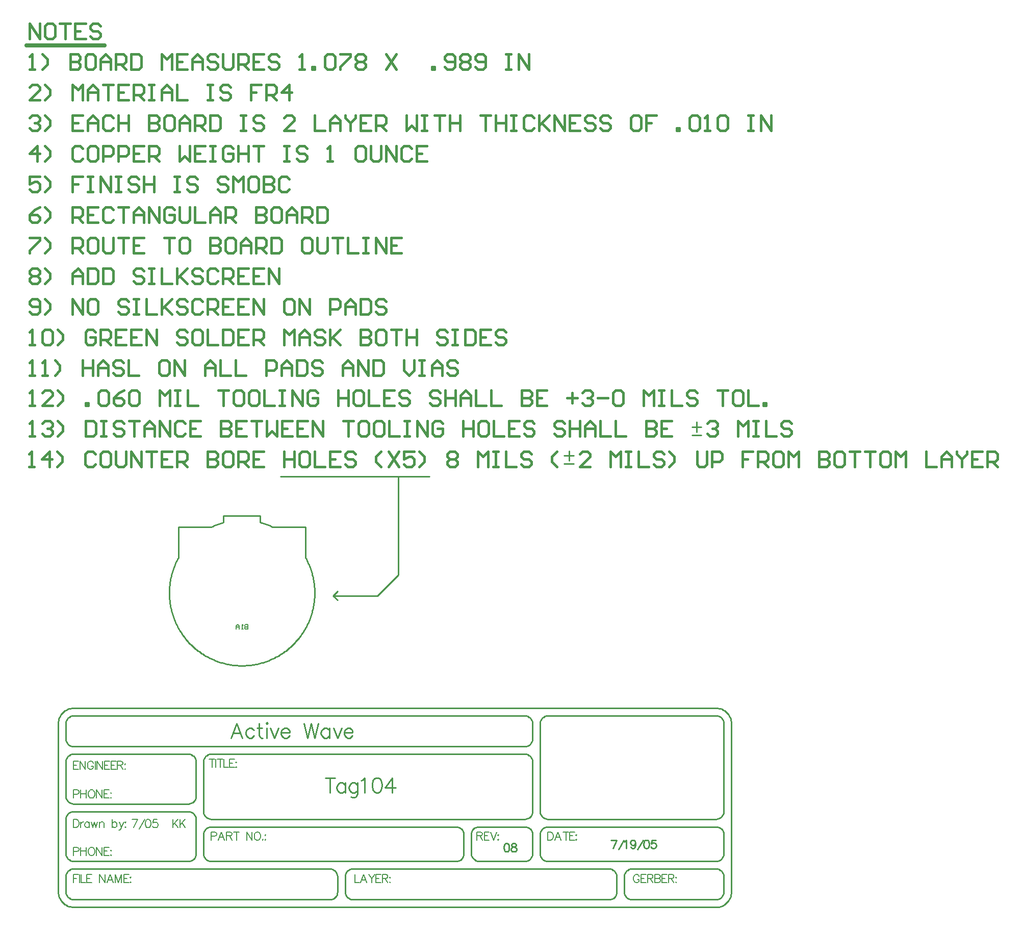
<source format=gbo>
%FSLAX24Y24*%
%MOIN*%
G70*
G01*
G75*
%ADD10R,0.0300X0.0300*%
%ADD11R,0.0360X0.0500*%
%ADD12R,0.0360X0.0360*%
%ADD13O,0.0160X0.0600*%
%ADD14C,0.0400*%
%ADD15O,0.0400X0.0160*%
%ADD16R,0.0200X0.0500*%
%ADD17R,0.0400X0.0550*%
%ADD18R,0.0236X0.0236*%
%ADD19R,0.0700X0.0236*%
%ADD20R,0.0236X0.1000*%
%ADD21R,0.0900X0.0236*%
%ADD22R,0.0236X0.0900*%
%ADD23O,0.0240X0.0800*%
%ADD24C,0.0080*%
%ADD25C,0.0150*%
%ADD26C,0.0100*%
%ADD27C,0.0120*%
%ADD28C,0.0140*%
%ADD29C,0.0160*%
%ADD30C,0.0060*%
%ADD31C,0.0250*%
%ADD32C,0.0070*%
%ADD33C,0.0090*%
%ADD34C,0.0050*%
%ADD35C,0.0700*%
%ADD36R,0.0500X0.0500*%
%ADD37C,0.0600*%
%ADD38C,0.0280*%
%ADD39C,0.0300*%
%ADD40R,0.2000X0.1500*%
%ADD41R,0.2000X0.1000*%
%ADD42R,0.1500X0.1500*%
%ADD43C,0.0030*%
D24*
X79310Y51968D02*
X79056Y51434D01*
X78955Y51968D02*
X79310D01*
X79430Y51358D02*
X79785Y51968D01*
X79973D02*
X79897Y51942D01*
X79846Y51866D01*
X79821Y51739D01*
Y51663D01*
X79846Y51536D01*
X79897Y51460D01*
X79973Y51434D01*
X80024D01*
X80100Y51460D01*
X80151Y51536D01*
X80176Y51663D01*
Y51739D01*
X80151Y51866D01*
X80100Y51942D01*
X80024Y51968D01*
X79973D01*
X80600D02*
X80346D01*
X80321Y51739D01*
X80346Y51765D01*
X80423Y51790D01*
X80499D01*
X80575Y51765D01*
X80626Y51714D01*
X80651Y51638D01*
Y51587D01*
X80626Y51511D01*
X80575Y51460D01*
X80499Y51434D01*
X80423D01*
X80346Y51460D01*
X80321Y51485D01*
X80296Y51536D01*
X81608Y51968D02*
Y51434D01*
X81964Y51968D02*
X81608Y51612D01*
X81735Y51739D02*
X81964Y51434D01*
X82083Y51968D02*
Y51434D01*
X82439Y51968D02*
X82083Y51612D01*
X82210Y51739D02*
X82439Y51434D01*
D25*
X72242Y82992D02*
X72575D01*
X72409D01*
Y83991D01*
X72242Y83825D01*
X73075D02*
X73242Y83991D01*
X73575D01*
X73742Y83825D01*
Y83158D01*
X73575Y82992D01*
X73242D01*
X73075Y83158D01*
Y83825D01*
X74075Y82992D02*
X74408Y83325D01*
Y83658D01*
X74075Y83991D01*
X76574Y83825D02*
X76407Y83991D01*
X76074D01*
X75908Y83825D01*
Y83158D01*
X76074Y82992D01*
X76407D01*
X76574Y83158D01*
Y83492D01*
X76241D01*
X76907Y82992D02*
Y83991D01*
X77407D01*
X77574Y83825D01*
Y83492D01*
X77407Y83325D01*
X76907D01*
X77240D02*
X77574Y82992D01*
X78573Y83991D02*
X77907D01*
Y82992D01*
X78573D01*
X77907Y83492D02*
X78240D01*
X79573Y83991D02*
X78907D01*
Y82992D01*
X79573D01*
X78907Y83492D02*
X79240D01*
X79906Y82992D02*
Y83991D01*
X80573Y82992D01*
Y83991D01*
X82572Y83825D02*
X82405Y83991D01*
X82072D01*
X81906Y83825D01*
Y83658D01*
X82072Y83492D01*
X82405D01*
X82572Y83325D01*
Y83158D01*
X82405Y82992D01*
X82072D01*
X81906Y83158D01*
X83405Y83991D02*
X83072D01*
X82905Y83825D01*
Y83158D01*
X83072Y82992D01*
X83405D01*
X83572Y83158D01*
Y83825D01*
X83405Y83991D01*
X83905D02*
Y82992D01*
X84571D01*
X84905Y83991D02*
Y82992D01*
X85404D01*
X85571Y83158D01*
Y83825D01*
X85404Y83991D01*
X84905D01*
X86571D02*
X85904D01*
Y82992D01*
X86571D01*
X85904Y83492D02*
X86237D01*
X86904Y82992D02*
Y83991D01*
X87404D01*
X87570Y83825D01*
Y83492D01*
X87404Y83325D01*
X86904D01*
X87237D02*
X87570Y82992D01*
X88903D02*
Y83991D01*
X89237Y83658D01*
X89570Y83991D01*
Y82992D01*
X89903D02*
Y83658D01*
X90236Y83991D01*
X90569Y83658D01*
Y82992D01*
Y83492D01*
X89903D01*
X91569Y83825D02*
X91403Y83991D01*
X91069D01*
X90903Y83825D01*
Y83658D01*
X91069Y83492D01*
X91403D01*
X91569Y83325D01*
Y83158D01*
X91403Y82992D01*
X91069D01*
X90903Y83158D01*
X91902Y83991D02*
Y82992D01*
Y83325D01*
X92569Y83991D01*
X92069Y83492D01*
X92569Y82992D01*
X93902Y83991D02*
Y82992D01*
X94402D01*
X94568Y83158D01*
Y83325D01*
X94402Y83492D01*
X93902D01*
X94402D01*
X94568Y83658D01*
Y83825D01*
X94402Y83991D01*
X93902D01*
X95401D02*
X95068D01*
X94901Y83825D01*
Y83158D01*
X95068Y82992D01*
X95401D01*
X95568Y83158D01*
Y83825D01*
X95401Y83991D01*
X95901D02*
X96567D01*
X96234D01*
Y82992D01*
X96901Y83991D02*
Y82992D01*
Y83492D01*
X97567D01*
Y83991D01*
Y82992D01*
X99567Y83825D02*
X99400Y83991D01*
X99067D01*
X98900Y83825D01*
Y83658D01*
X99067Y83492D01*
X99400D01*
X99567Y83325D01*
Y83158D01*
X99400Y82992D01*
X99067D01*
X98900Y83158D01*
X99900Y83991D02*
X100233D01*
X100066D01*
Y82992D01*
X99900D01*
X100233D01*
X100733Y83991D02*
Y82992D01*
X101233D01*
X101399Y83158D01*
Y83825D01*
X101233Y83991D01*
X100733D01*
X102399D02*
X101732D01*
Y82992D01*
X102399D01*
X101732Y83492D02*
X102066D01*
X103399Y83825D02*
X103232Y83991D01*
X102899D01*
X102732Y83825D01*
Y83658D01*
X102899Y83492D01*
X103232D01*
X103399Y83325D01*
Y83158D01*
X103232Y82992D01*
X102899D01*
X102732Y83158D01*
X72242Y102992D02*
Y103991D01*
X72908Y102992D01*
Y103991D01*
X73742D02*
X73408D01*
X73242Y103825D01*
Y103158D01*
X73408Y102992D01*
X73742D01*
X73908Y103158D01*
Y103825D01*
X73742Y103991D01*
X74241D02*
X74908D01*
X74575D01*
Y102992D01*
X75908Y103991D02*
X75241D01*
Y102992D01*
X75908D01*
X75241Y103492D02*
X75574D01*
X76907Y103825D02*
X76741Y103991D01*
X76407D01*
X76241Y103825D01*
Y103658D01*
X76407Y103492D01*
X76741D01*
X76907Y103325D01*
Y103158D01*
X76741Y102992D01*
X76407D01*
X76241Y103158D01*
X72242Y97825D02*
X72409Y97991D01*
X72742D01*
X72908Y97825D01*
Y97658D01*
X72742Y97492D01*
X72575D01*
X72742D01*
X72908Y97325D01*
Y97158D01*
X72742Y96992D01*
X72409D01*
X72242Y97158D01*
X73242Y96992D02*
X73575Y97325D01*
Y97658D01*
X73242Y97991D01*
X75741D02*
X75074D01*
Y96992D01*
X75741D01*
X75074Y97492D02*
X75408D01*
X76074Y96992D02*
Y97658D01*
X76407Y97991D01*
X76741Y97658D01*
Y96992D01*
Y97492D01*
X76074D01*
X77740Y97825D02*
X77574Y97991D01*
X77240D01*
X77074Y97825D01*
Y97158D01*
X77240Y96992D01*
X77574D01*
X77740Y97158D01*
X78073Y97991D02*
Y96992D01*
Y97492D01*
X78740D01*
Y97991D01*
Y96992D01*
X80073Y97991D02*
Y96992D01*
X80573D01*
X80739Y97158D01*
Y97325D01*
X80573Y97492D01*
X80073D01*
X80573D01*
X80739Y97658D01*
Y97825D01*
X80573Y97991D01*
X80073D01*
X81572D02*
X81239D01*
X81073Y97825D01*
Y97158D01*
X81239Y96992D01*
X81572D01*
X81739Y97158D01*
Y97825D01*
X81572Y97991D01*
X82072Y96992D02*
Y97658D01*
X82405Y97991D01*
X82739Y97658D01*
Y96992D01*
Y97492D01*
X82072D01*
X83072Y96992D02*
Y97991D01*
X83572D01*
X83738Y97825D01*
Y97492D01*
X83572Y97325D01*
X83072D01*
X83405D02*
X83738Y96992D01*
X84072Y97991D02*
Y96992D01*
X84571D01*
X84738Y97158D01*
Y97825D01*
X84571Y97991D01*
X84072D01*
X86071D02*
X86404D01*
X86237D01*
Y96992D01*
X86071D01*
X86404D01*
X87570Y97825D02*
X87404Y97991D01*
X87071D01*
X86904Y97825D01*
Y97658D01*
X87071Y97492D01*
X87404D01*
X87570Y97325D01*
Y97158D01*
X87404Y96992D01*
X87071D01*
X86904Y97158D01*
X89570Y96992D02*
X88903D01*
X89570Y97658D01*
Y97825D01*
X89403Y97991D01*
X89070D01*
X88903Y97825D01*
X90903Y97991D02*
Y96992D01*
X91569D01*
X91902D02*
Y97658D01*
X92236Y97991D01*
X92569Y97658D01*
Y96992D01*
Y97492D01*
X91902D01*
X92902Y97991D02*
Y97825D01*
X93235Y97492D01*
X93568Y97825D01*
Y97991D01*
X93235Y97492D02*
Y96992D01*
X94568Y97991D02*
X93902D01*
Y96992D01*
X94568D01*
X93902Y97492D02*
X94235D01*
X94901Y96992D02*
Y97991D01*
X95401D01*
X95568Y97825D01*
Y97492D01*
X95401Y97325D01*
X94901D01*
X95235D02*
X95568Y96992D01*
X96901Y97991D02*
Y96992D01*
X97234Y97325D01*
X97567Y96992D01*
Y97991D01*
X97900D02*
X98234D01*
X98067D01*
Y96992D01*
X97900D01*
X98234D01*
X98733Y97991D02*
X99400D01*
X99067D01*
Y96992D01*
X99733Y97991D02*
Y96992D01*
Y97492D01*
X100400D01*
Y97991D01*
Y96992D01*
X101732Y97991D02*
X102399D01*
X102066D01*
Y96992D01*
X102732Y97991D02*
Y96992D01*
Y97492D01*
X103399D01*
Y97991D01*
Y96992D01*
X103732Y97991D02*
X104065D01*
X103898D01*
Y96992D01*
X103732D01*
X104065D01*
X105231Y97825D02*
X105065Y97991D01*
X104732D01*
X104565Y97825D01*
Y97158D01*
X104732Y96992D01*
X105065D01*
X105231Y97158D01*
X105565Y97991D02*
Y96992D01*
Y97325D01*
X106231Y97991D01*
X105731Y97492D01*
X106231Y96992D01*
X106564D02*
Y97991D01*
X107231Y96992D01*
Y97991D01*
X108230D02*
X107564D01*
Y96992D01*
X108230D01*
X107564Y97492D02*
X107897D01*
X109230Y97825D02*
X109063Y97991D01*
X108730D01*
X108564Y97825D01*
Y97658D01*
X108730Y97492D01*
X109063D01*
X109230Y97325D01*
Y97158D01*
X109063Y96992D01*
X108730D01*
X108564Y97158D01*
X110230Y97825D02*
X110063Y97991D01*
X109730D01*
X109563Y97825D01*
Y97658D01*
X109730Y97492D01*
X110063D01*
X110230Y97325D01*
Y97158D01*
X110063Y96992D01*
X109730D01*
X109563Y97158D01*
X112062Y97991D02*
X111729D01*
X111563Y97825D01*
Y97158D01*
X111729Y96992D01*
X112062D01*
X112229Y97158D01*
Y97825D01*
X112062Y97991D01*
X113229D02*
X112562D01*
Y97492D01*
X112896D01*
X112562D01*
Y96992D01*
X114562D02*
Y97158D01*
X114728D01*
Y96992D01*
X114562D01*
X115395Y97825D02*
X115561Y97991D01*
X115895D01*
X116061Y97825D01*
Y97158D01*
X115895Y96992D01*
X115561D01*
X115395Y97158D01*
Y97825D01*
X116394Y96992D02*
X116728D01*
X116561D01*
Y97991D01*
X116394Y97825D01*
X117227D02*
X117394Y97991D01*
X117727D01*
X117894Y97825D01*
Y97158D01*
X117727Y96992D01*
X117394D01*
X117227Y97158D01*
Y97825D01*
X119227Y97991D02*
X119560D01*
X119393D01*
Y96992D01*
X119227D01*
X119560D01*
X120060D02*
Y97991D01*
X120726Y96992D01*
Y97991D01*
X72742Y94992D02*
Y95991D01*
X72242Y95492D01*
X72908D01*
X73242Y94992D02*
X73575Y95325D01*
Y95658D01*
X73242Y95991D01*
X75741Y95825D02*
X75574Y95991D01*
X75241D01*
X75074Y95825D01*
Y95158D01*
X75241Y94992D01*
X75574D01*
X75741Y95158D01*
X76574Y95991D02*
X76241D01*
X76074Y95825D01*
Y95158D01*
X76241Y94992D01*
X76574D01*
X76741Y95158D01*
Y95825D01*
X76574Y95991D01*
X77074Y94992D02*
Y95991D01*
X77574D01*
X77740Y95825D01*
Y95492D01*
X77574Y95325D01*
X77074D01*
X78073Y94992D02*
Y95991D01*
X78573D01*
X78740Y95825D01*
Y95492D01*
X78573Y95325D01*
X78073D01*
X79740Y95991D02*
X79073D01*
Y94992D01*
X79740D01*
X79073Y95492D02*
X79406D01*
X80073Y94992D02*
Y95991D01*
X80573D01*
X80739Y95825D01*
Y95492D01*
X80573Y95325D01*
X80073D01*
X80406D02*
X80739Y94992D01*
X82072Y95991D02*
Y94992D01*
X82405Y95325D01*
X82739Y94992D01*
Y95991D01*
X83738D02*
X83072D01*
Y94992D01*
X83738D01*
X83072Y95492D02*
X83405D01*
X84072Y95991D02*
X84405D01*
X84238D01*
Y94992D01*
X84072D01*
X84405D01*
X85571Y95825D02*
X85404Y95991D01*
X85071D01*
X84905Y95825D01*
Y95158D01*
X85071Y94992D01*
X85404D01*
X85571Y95158D01*
Y95492D01*
X85238D01*
X85904Y95991D02*
Y94992D01*
Y95492D01*
X86571D01*
Y95991D01*
Y94992D01*
X86904Y95991D02*
X87570D01*
X87237D01*
Y94992D01*
X88903Y95991D02*
X89237D01*
X89070D01*
Y94992D01*
X88903D01*
X89237D01*
X90403Y95825D02*
X90236Y95991D01*
X89903D01*
X89736Y95825D01*
Y95658D01*
X89903Y95492D01*
X90236D01*
X90403Y95325D01*
Y95158D01*
X90236Y94992D01*
X89903D01*
X89736Y95158D01*
X91736Y94992D02*
X92069D01*
X91902D01*
Y95991D01*
X91736Y95825D01*
X94068Y95991D02*
X93735D01*
X93568Y95825D01*
Y95158D01*
X93735Y94992D01*
X94068D01*
X94235Y95158D01*
Y95825D01*
X94068Y95991D01*
X94568D02*
Y95158D01*
X94735Y94992D01*
X95068D01*
X95235Y95158D01*
Y95991D01*
X95568Y94992D02*
Y95991D01*
X96234Y94992D01*
Y95991D01*
X97234Y95825D02*
X97067Y95991D01*
X96734D01*
X96567Y95825D01*
Y95158D01*
X96734Y94992D01*
X97067D01*
X97234Y95158D01*
X98234Y95991D02*
X97567D01*
Y94992D01*
X98234D01*
X97567Y95492D02*
X97900D01*
X72908Y93991D02*
X72242D01*
Y93492D01*
X72575Y93658D01*
X72742D01*
X72908Y93492D01*
Y93158D01*
X72742Y92992D01*
X72409D01*
X72242Y93158D01*
X73242Y92992D02*
X73575Y93325D01*
Y93658D01*
X73242Y93991D01*
X75741D02*
X75074D01*
Y93492D01*
X75408D01*
X75074D01*
Y92992D01*
X76074Y93991D02*
X76407D01*
X76241D01*
Y92992D01*
X76074D01*
X76407D01*
X76907D02*
Y93991D01*
X77574Y92992D01*
Y93991D01*
X77907D02*
X78240D01*
X78073D01*
Y92992D01*
X77907D01*
X78240D01*
X79406Y93825D02*
X79240Y93991D01*
X78907D01*
X78740Y93825D01*
Y93658D01*
X78907Y93492D01*
X79240D01*
X79406Y93325D01*
Y93158D01*
X79240Y92992D01*
X78907D01*
X78740Y93158D01*
X79740Y93991D02*
Y92992D01*
Y93492D01*
X80406D01*
Y93991D01*
Y92992D01*
X81739Y93991D02*
X82072D01*
X81906D01*
Y92992D01*
X81739D01*
X82072D01*
X83238Y93825D02*
X83072Y93991D01*
X82739D01*
X82572Y93825D01*
Y93658D01*
X82739Y93492D01*
X83072D01*
X83238Y93325D01*
Y93158D01*
X83072Y92992D01*
X82739D01*
X82572Y93158D01*
X85238Y93825D02*
X85071Y93991D01*
X84738D01*
X84571Y93825D01*
Y93658D01*
X84738Y93492D01*
X85071D01*
X85238Y93325D01*
Y93158D01*
X85071Y92992D01*
X84738D01*
X84571Y93158D01*
X85571Y92992D02*
Y93991D01*
X85904Y93658D01*
X86237Y93991D01*
Y92992D01*
X87071Y93991D02*
X86737D01*
X86571Y93825D01*
Y93158D01*
X86737Y92992D01*
X87071D01*
X87237Y93158D01*
Y93825D01*
X87071Y93991D01*
X87570D02*
Y92992D01*
X88070D01*
X88237Y93158D01*
Y93325D01*
X88070Y93492D01*
X87570D01*
X88070D01*
X88237Y93658D01*
Y93825D01*
X88070Y93991D01*
X87570D01*
X89237Y93825D02*
X89070Y93991D01*
X88737D01*
X88570Y93825D01*
Y93158D01*
X88737Y92992D01*
X89070D01*
X89237Y93158D01*
X72908Y91991D02*
X72575Y91825D01*
X72242Y91492D01*
Y91158D01*
X72409Y90992D01*
X72742D01*
X72908Y91158D01*
Y91325D01*
X72742Y91492D01*
X72242D01*
X73242Y90992D02*
X73575Y91325D01*
Y91658D01*
X73242Y91991D01*
X75074Y90992D02*
Y91991D01*
X75574D01*
X75741Y91825D01*
Y91492D01*
X75574Y91325D01*
X75074D01*
X75408D02*
X75741Y90992D01*
X76741Y91991D02*
X76074D01*
Y90992D01*
X76741D01*
X76074Y91492D02*
X76407D01*
X77740Y91825D02*
X77574Y91991D01*
X77240D01*
X77074Y91825D01*
Y91158D01*
X77240Y90992D01*
X77574D01*
X77740Y91158D01*
X78073Y91991D02*
X78740D01*
X78407D01*
Y90992D01*
X79073D02*
Y91658D01*
X79406Y91991D01*
X79740Y91658D01*
Y90992D01*
Y91492D01*
X79073D01*
X80073Y90992D02*
Y91991D01*
X80739Y90992D01*
Y91991D01*
X81739Y91825D02*
X81572Y91991D01*
X81239D01*
X81073Y91825D01*
Y91158D01*
X81239Y90992D01*
X81572D01*
X81739Y91158D01*
Y91492D01*
X81406D01*
X82072Y91991D02*
Y91158D01*
X82239Y90992D01*
X82572D01*
X82739Y91158D01*
Y91991D01*
X83072D02*
Y90992D01*
X83738D01*
X84072D02*
Y91658D01*
X84405Y91991D01*
X84738Y91658D01*
Y90992D01*
Y91492D01*
X84072D01*
X85071Y90992D02*
Y91991D01*
X85571D01*
X85738Y91825D01*
Y91492D01*
X85571Y91325D01*
X85071D01*
X85404D02*
X85738Y90992D01*
X87071Y91991D02*
Y90992D01*
X87570D01*
X87737Y91158D01*
Y91325D01*
X87570Y91492D01*
X87071D01*
X87570D01*
X87737Y91658D01*
Y91825D01*
X87570Y91991D01*
X87071D01*
X88570D02*
X88237D01*
X88070Y91825D01*
Y91158D01*
X88237Y90992D01*
X88570D01*
X88737Y91158D01*
Y91825D01*
X88570Y91991D01*
X89070Y90992D02*
Y91658D01*
X89403Y91991D01*
X89736Y91658D01*
Y90992D01*
Y91492D01*
X89070D01*
X90070Y90992D02*
Y91991D01*
X90569D01*
X90736Y91825D01*
Y91492D01*
X90569Y91325D01*
X90070D01*
X90403D02*
X90736Y90992D01*
X91069Y91991D02*
Y90992D01*
X91569D01*
X91736Y91158D01*
Y91825D01*
X91569Y91991D01*
X91069D01*
X72242Y89991D02*
X72908D01*
Y89825D01*
X72242Y89158D01*
Y88992D01*
X73242D02*
X73575Y89325D01*
Y89658D01*
X73242Y89991D01*
X75074Y88992D02*
Y89991D01*
X75574D01*
X75741Y89825D01*
Y89492D01*
X75574Y89325D01*
X75074D01*
X75408D02*
X75741Y88992D01*
X76574Y89991D02*
X76241D01*
X76074Y89825D01*
Y89158D01*
X76241Y88992D01*
X76574D01*
X76741Y89158D01*
Y89825D01*
X76574Y89991D01*
X77074D02*
Y89158D01*
X77240Y88992D01*
X77574D01*
X77740Y89158D01*
Y89991D01*
X78073D02*
X78740D01*
X78407D01*
Y88992D01*
X79740Y89991D02*
X79073D01*
Y88992D01*
X79740D01*
X79073Y89492D02*
X79406D01*
X81073Y89991D02*
X81739D01*
X81406D01*
Y88992D01*
X82572Y89991D02*
X82239D01*
X82072Y89825D01*
Y89158D01*
X82239Y88992D01*
X82572D01*
X82739Y89158D01*
Y89825D01*
X82572Y89991D01*
X84072D02*
Y88992D01*
X84571D01*
X84738Y89158D01*
Y89325D01*
X84571Y89492D01*
X84072D01*
X84571D01*
X84738Y89658D01*
Y89825D01*
X84571Y89991D01*
X84072D01*
X85571D02*
X85238D01*
X85071Y89825D01*
Y89158D01*
X85238Y88992D01*
X85571D01*
X85738Y89158D01*
Y89825D01*
X85571Y89991D01*
X86071Y88992D02*
Y89658D01*
X86404Y89991D01*
X86737Y89658D01*
Y88992D01*
Y89492D01*
X86071D01*
X87071Y88992D02*
Y89991D01*
X87570D01*
X87737Y89825D01*
Y89492D01*
X87570Y89325D01*
X87071D01*
X87404D02*
X87737Y88992D01*
X88070Y89991D02*
Y88992D01*
X88570D01*
X88737Y89158D01*
Y89825D01*
X88570Y89991D01*
X88070D01*
X90569D02*
X90236D01*
X90070Y89825D01*
Y89158D01*
X90236Y88992D01*
X90569D01*
X90736Y89158D01*
Y89825D01*
X90569Y89991D01*
X91069D02*
Y89158D01*
X91236Y88992D01*
X91569D01*
X91736Y89158D01*
Y89991D01*
X92069D02*
X92735D01*
X92402D01*
Y88992D01*
X93069Y89991D02*
Y88992D01*
X93735D01*
X94068Y89991D02*
X94402D01*
X94235D01*
Y88992D01*
X94068D01*
X94402D01*
X94901D02*
Y89991D01*
X95568Y88992D01*
Y89991D01*
X96567D02*
X95901D01*
Y88992D01*
X96567D01*
X95901Y89492D02*
X96234D01*
X72242Y87825D02*
X72409Y87991D01*
X72742D01*
X72908Y87825D01*
Y87658D01*
X72742Y87492D01*
X72908Y87325D01*
Y87158D01*
X72742Y86992D01*
X72409D01*
X72242Y87158D01*
Y87325D01*
X72409Y87492D01*
X72242Y87658D01*
Y87825D01*
X72409Y87492D02*
X72742D01*
X73242Y86992D02*
X73575Y87325D01*
Y87658D01*
X73242Y87991D01*
X75074Y86992D02*
Y87658D01*
X75408Y87991D01*
X75741Y87658D01*
Y86992D01*
Y87492D01*
X75074D01*
X76074Y87991D02*
Y86992D01*
X76574D01*
X76741Y87158D01*
Y87825D01*
X76574Y87991D01*
X76074D01*
X77074D02*
Y86992D01*
X77574D01*
X77740Y87158D01*
Y87825D01*
X77574Y87991D01*
X77074D01*
X79740Y87825D02*
X79573Y87991D01*
X79240D01*
X79073Y87825D01*
Y87658D01*
X79240Y87492D01*
X79573D01*
X79740Y87325D01*
Y87158D01*
X79573Y86992D01*
X79240D01*
X79073Y87158D01*
X80073Y87991D02*
X80406D01*
X80239D01*
Y86992D01*
X80073D01*
X80406D01*
X80906Y87991D02*
Y86992D01*
X81572D01*
X81906Y87991D02*
Y86992D01*
Y87325D01*
X82572Y87991D01*
X82072Y87492D01*
X82572Y86992D01*
X83572Y87825D02*
X83405Y87991D01*
X83072D01*
X82905Y87825D01*
Y87658D01*
X83072Y87492D01*
X83405D01*
X83572Y87325D01*
Y87158D01*
X83405Y86992D01*
X83072D01*
X82905Y87158D01*
X84571Y87825D02*
X84405Y87991D01*
X84072D01*
X83905Y87825D01*
Y87158D01*
X84072Y86992D01*
X84405D01*
X84571Y87158D01*
X84905Y86992D02*
Y87991D01*
X85404D01*
X85571Y87825D01*
Y87492D01*
X85404Y87325D01*
X84905D01*
X85238D02*
X85571Y86992D01*
X86571Y87991D02*
X85904D01*
Y86992D01*
X86571D01*
X85904Y87492D02*
X86237D01*
X87570Y87991D02*
X86904D01*
Y86992D01*
X87570D01*
X86904Y87492D02*
X87237D01*
X87904Y86992D02*
Y87991D01*
X88570Y86992D01*
Y87991D01*
X72242Y85158D02*
X72409Y84992D01*
X72742D01*
X72908Y85158D01*
Y85825D01*
X72742Y85991D01*
X72409D01*
X72242Y85825D01*
Y85658D01*
X72409Y85492D01*
X72908D01*
X73242Y84992D02*
X73575Y85325D01*
Y85658D01*
X73242Y85991D01*
X75074Y84992D02*
Y85991D01*
X75741Y84992D01*
Y85991D01*
X76574D02*
X76241D01*
X76074Y85825D01*
Y85158D01*
X76241Y84992D01*
X76574D01*
X76741Y85158D01*
Y85825D01*
X76574Y85991D01*
X78740Y85825D02*
X78573Y85991D01*
X78240D01*
X78073Y85825D01*
Y85658D01*
X78240Y85492D01*
X78573D01*
X78740Y85325D01*
Y85158D01*
X78573Y84992D01*
X78240D01*
X78073Y85158D01*
X79073Y85991D02*
X79406D01*
X79240D01*
Y84992D01*
X79073D01*
X79406D01*
X79906Y85991D02*
Y84992D01*
X80573D01*
X80906Y85991D02*
Y84992D01*
Y85325D01*
X81572Y85991D01*
X81073Y85492D01*
X81572Y84992D01*
X82572Y85825D02*
X82405Y85991D01*
X82072D01*
X81906Y85825D01*
Y85658D01*
X82072Y85492D01*
X82405D01*
X82572Y85325D01*
Y85158D01*
X82405Y84992D01*
X82072D01*
X81906Y85158D01*
X83572Y85825D02*
X83405Y85991D01*
X83072D01*
X82905Y85825D01*
Y85158D01*
X83072Y84992D01*
X83405D01*
X83572Y85158D01*
X83905Y84992D02*
Y85991D01*
X84405D01*
X84571Y85825D01*
Y85492D01*
X84405Y85325D01*
X83905D01*
X84238D02*
X84571Y84992D01*
X85571Y85991D02*
X84905D01*
Y84992D01*
X85571D01*
X84905Y85492D02*
X85238D01*
X86571Y85991D02*
X85904D01*
Y84992D01*
X86571D01*
X85904Y85492D02*
X86237D01*
X86904Y84992D02*
Y85991D01*
X87570Y84992D01*
Y85991D01*
X89403D02*
X89070D01*
X88903Y85825D01*
Y85158D01*
X89070Y84992D01*
X89403D01*
X89570Y85158D01*
Y85825D01*
X89403Y85991D01*
X89903Y84992D02*
Y85991D01*
X90569Y84992D01*
Y85991D01*
X91902Y84992D02*
Y85991D01*
X92402D01*
X92569Y85825D01*
Y85492D01*
X92402Y85325D01*
X91902D01*
X92902Y84992D02*
Y85658D01*
X93235Y85991D01*
X93568Y85658D01*
Y84992D01*
Y85492D01*
X92902D01*
X93902Y85991D02*
Y84992D01*
X94402D01*
X94568Y85158D01*
Y85825D01*
X94402Y85991D01*
X93902D01*
X95568Y85825D02*
X95401Y85991D01*
X95068D01*
X94901Y85825D01*
Y85658D01*
X95068Y85492D01*
X95401D01*
X95568Y85325D01*
Y85158D01*
X95401Y84992D01*
X95068D01*
X94901Y85158D01*
X72242Y100992D02*
X72575D01*
X72409D01*
Y101991D01*
X72242Y101825D01*
X73075Y100992D02*
X73408Y101325D01*
Y101658D01*
X73075Y101991D01*
X74908D02*
Y100992D01*
X75408D01*
X75574Y101158D01*
Y101325D01*
X75408Y101492D01*
X74908D01*
X75408D01*
X75574Y101658D01*
Y101825D01*
X75408Y101991D01*
X74908D01*
X76407D02*
X76074D01*
X75908Y101825D01*
Y101158D01*
X76074Y100992D01*
X76407D01*
X76574Y101158D01*
Y101825D01*
X76407Y101991D01*
X76907Y100992D02*
Y101658D01*
X77240Y101991D01*
X77574Y101658D01*
Y100992D01*
Y101492D01*
X76907D01*
X77907Y100992D02*
Y101991D01*
X78407D01*
X78573Y101825D01*
Y101492D01*
X78407Y101325D01*
X77907D01*
X78240D02*
X78573Y100992D01*
X78907Y101991D02*
Y100992D01*
X79406D01*
X79573Y101158D01*
Y101825D01*
X79406Y101991D01*
X78907D01*
X80906Y100992D02*
Y101991D01*
X81239Y101658D01*
X81572Y101991D01*
Y100992D01*
X82572Y101991D02*
X81906D01*
Y100992D01*
X82572D01*
X81906Y101492D02*
X82239D01*
X82905Y100992D02*
Y101658D01*
X83238Y101991D01*
X83572Y101658D01*
Y100992D01*
Y101492D01*
X82905D01*
X84571Y101825D02*
X84405Y101991D01*
X84072D01*
X83905Y101825D01*
Y101658D01*
X84072Y101492D01*
X84405D01*
X84571Y101325D01*
Y101158D01*
X84405Y100992D01*
X84072D01*
X83905Y101158D01*
X84905Y101991D02*
Y101158D01*
X85071Y100992D01*
X85404D01*
X85571Y101158D01*
Y101991D01*
X85904Y100992D02*
Y101991D01*
X86404D01*
X86571Y101825D01*
Y101492D01*
X86404Y101325D01*
X85904D01*
X86237D02*
X86571Y100992D01*
X87570Y101991D02*
X86904D01*
Y100992D01*
X87570D01*
X86904Y101492D02*
X87237D01*
X88570Y101825D02*
X88403Y101991D01*
X88070D01*
X87904Y101825D01*
Y101658D01*
X88070Y101492D01*
X88403D01*
X88570Y101325D01*
Y101158D01*
X88403Y100992D01*
X88070D01*
X87904Y101158D01*
X89903Y100992D02*
X90236D01*
X90070D01*
Y101991D01*
X89903Y101825D01*
X90736Y100992D02*
Y101158D01*
X90903D01*
Y100992D01*
X90736D01*
X91569Y101825D02*
X91736Y101991D01*
X92069D01*
X92236Y101825D01*
Y101158D01*
X92069Y100992D01*
X91736D01*
X91569Y101158D01*
Y101825D01*
X92569Y101991D02*
X93235D01*
Y101825D01*
X92569Y101158D01*
Y100992D01*
X93568Y101825D02*
X93735Y101991D01*
X94068D01*
X94235Y101825D01*
Y101658D01*
X94068Y101492D01*
X94235Y101325D01*
Y101158D01*
X94068Y100992D01*
X93735D01*
X93568Y101158D01*
Y101325D01*
X93735Y101492D01*
X93568Y101658D01*
Y101825D01*
X93735Y101492D02*
X94068D01*
X95568Y101991D02*
X96234Y100992D01*
Y101991D02*
X95568Y100992D01*
X98567D02*
Y101158D01*
X98733D01*
Y100992D01*
X98567D01*
X99400Y101158D02*
X99567Y100992D01*
X99900D01*
X100066Y101158D01*
Y101825D01*
X99900Y101991D01*
X99567D01*
X99400Y101825D01*
Y101658D01*
X99567Y101492D01*
X100066D01*
X100400Y101825D02*
X100566Y101991D01*
X100899D01*
X101066Y101825D01*
Y101658D01*
X100899Y101492D01*
X101066Y101325D01*
Y101158D01*
X100899Y100992D01*
X100566D01*
X100400Y101158D01*
Y101325D01*
X100566Y101492D01*
X100400Y101658D01*
Y101825D01*
X100566Y101492D02*
X100899D01*
X101399Y101158D02*
X101566Y100992D01*
X101899D01*
X102066Y101158D01*
Y101825D01*
X101899Y101991D01*
X101566D01*
X101399Y101825D01*
Y101658D01*
X101566Y101492D01*
X102066D01*
X103399Y101991D02*
X103732D01*
X103565D01*
Y100992D01*
X103399D01*
X103732D01*
X104232D02*
Y101991D01*
X104898Y100992D01*
Y101991D01*
X72908Y98992D02*
X72242D01*
X72908Y99658D01*
Y99825D01*
X72742Y99991D01*
X72409D01*
X72242Y99825D01*
X73242Y98992D02*
X73575Y99325D01*
Y99658D01*
X73242Y99991D01*
X75074Y98992D02*
Y99991D01*
X75408Y99658D01*
X75741Y99991D01*
Y98992D01*
X76074D02*
Y99658D01*
X76407Y99991D01*
X76741Y99658D01*
Y98992D01*
Y99492D01*
X76074D01*
X77074Y99991D02*
X77740D01*
X77407D01*
Y98992D01*
X78740Y99991D02*
X78073D01*
Y98992D01*
X78740D01*
X78073Y99492D02*
X78407D01*
X79073Y98992D02*
Y99991D01*
X79573D01*
X79740Y99825D01*
Y99492D01*
X79573Y99325D01*
X79073D01*
X79406D02*
X79740Y98992D01*
X80073Y99991D02*
X80406D01*
X80239D01*
Y98992D01*
X80073D01*
X80406D01*
X80906D02*
Y99658D01*
X81239Y99991D01*
X81572Y99658D01*
Y98992D01*
Y99492D01*
X80906D01*
X81906Y99991D02*
Y98992D01*
X82572D01*
X83905Y99991D02*
X84238D01*
X84072D01*
Y98992D01*
X83905D01*
X84238D01*
X85404Y99825D02*
X85238Y99991D01*
X84905D01*
X84738Y99825D01*
Y99658D01*
X84905Y99492D01*
X85238D01*
X85404Y99325D01*
Y99158D01*
X85238Y98992D01*
X84905D01*
X84738Y99158D01*
X87404Y99991D02*
X86737D01*
Y99492D01*
X87071D01*
X86737D01*
Y98992D01*
X87737D02*
Y99991D01*
X88237D01*
X88403Y99825D01*
Y99492D01*
X88237Y99325D01*
X87737D01*
X88070D02*
X88403Y98992D01*
X89237D02*
Y99991D01*
X88737Y99492D01*
X89403D01*
X72242Y80992D02*
X72575D01*
X72409D01*
Y81991D01*
X72242Y81825D01*
X73075Y80992D02*
X73408D01*
X73242D01*
Y81991D01*
X73075Y81825D01*
X73908Y80992D02*
X74241Y81325D01*
Y81658D01*
X73908Y81991D01*
X75741D02*
Y80992D01*
Y81492D01*
X76407D01*
Y81991D01*
Y80992D01*
X76741D02*
Y81658D01*
X77074Y81991D01*
X77407Y81658D01*
Y80992D01*
Y81492D01*
X76741D01*
X78407Y81825D02*
X78240Y81991D01*
X77907D01*
X77740Y81825D01*
Y81658D01*
X77907Y81492D01*
X78240D01*
X78407Y81325D01*
Y81158D01*
X78240Y80992D01*
X77907D01*
X77740Y81158D01*
X78740Y81991D02*
Y80992D01*
X79406D01*
X81239Y81991D02*
X80906D01*
X80739Y81825D01*
Y81158D01*
X80906Y80992D01*
X81239D01*
X81406Y81158D01*
Y81825D01*
X81239Y81991D01*
X81739Y80992D02*
Y81991D01*
X82405Y80992D01*
Y81991D01*
X83738Y80992D02*
Y81658D01*
X84072Y81991D01*
X84405Y81658D01*
Y80992D01*
Y81492D01*
X83738D01*
X84738Y81991D02*
Y80992D01*
X85404D01*
X85738Y81991D02*
Y80992D01*
X86404D01*
X87737D02*
Y81991D01*
X88237D01*
X88403Y81825D01*
Y81492D01*
X88237Y81325D01*
X87737D01*
X88737Y80992D02*
Y81658D01*
X89070Y81991D01*
X89403Y81658D01*
Y80992D01*
Y81492D01*
X88737D01*
X89736Y81991D02*
Y80992D01*
X90236D01*
X90403Y81158D01*
Y81825D01*
X90236Y81991D01*
X89736D01*
X91403Y81825D02*
X91236Y81991D01*
X90903D01*
X90736Y81825D01*
Y81658D01*
X90903Y81492D01*
X91236D01*
X91403Y81325D01*
Y81158D01*
X91236Y80992D01*
X90903D01*
X90736Y81158D01*
X92735Y80992D02*
Y81658D01*
X93069Y81991D01*
X93402Y81658D01*
Y80992D01*
Y81492D01*
X92735D01*
X93735Y80992D02*
Y81991D01*
X94402Y80992D01*
Y81991D01*
X94735D02*
Y80992D01*
X95235D01*
X95401Y81158D01*
Y81825D01*
X95235Y81991D01*
X94735D01*
X96734D02*
Y81325D01*
X97067Y80992D01*
X97401Y81325D01*
Y81991D01*
X97734D02*
X98067D01*
X97900D01*
Y80992D01*
X97734D01*
X98067D01*
X98567D02*
Y81658D01*
X98900Y81991D01*
X99233Y81658D01*
Y80992D01*
Y81492D01*
X98567D01*
X100233Y81825D02*
X100066Y81991D01*
X99733D01*
X99567Y81825D01*
Y81658D01*
X99733Y81492D01*
X100066D01*
X100233Y81325D01*
Y81158D01*
X100066Y80992D01*
X99733D01*
X99567Y81158D01*
X72252Y79002D02*
X72585D01*
X72419D01*
Y80001D01*
X72252Y79835D01*
X73752Y79002D02*
X73085D01*
X73752Y79668D01*
Y79835D01*
X73585Y80001D01*
X73252D01*
X73085Y79835D01*
X74085Y79002D02*
X74418Y79335D01*
Y79668D01*
X74085Y80001D01*
X75918Y79002D02*
Y79168D01*
X76084D01*
Y79002D01*
X75918D01*
X76751Y79835D02*
X76917Y80001D01*
X77250D01*
X77417Y79835D01*
Y79168D01*
X77250Y79002D01*
X76917D01*
X76751Y79168D01*
Y79835D01*
X78417Y80001D02*
X78083Y79835D01*
X77750Y79502D01*
Y79168D01*
X77917Y79002D01*
X78250D01*
X78417Y79168D01*
Y79335D01*
X78250Y79502D01*
X77750D01*
X78750Y79835D02*
X78917Y80001D01*
X79250D01*
X79416Y79835D01*
Y79168D01*
X79250Y79002D01*
X78917D01*
X78750Y79168D01*
Y79835D01*
X80749Y79002D02*
Y80001D01*
X81082Y79668D01*
X81416Y80001D01*
Y79002D01*
X81749Y80001D02*
X82082D01*
X81916D01*
Y79002D01*
X81749D01*
X82082D01*
X82582Y80001D02*
Y79002D01*
X83248D01*
X84581Y80001D02*
X85248D01*
X84915D01*
Y79002D01*
X86081Y80001D02*
X85748D01*
X85581Y79835D01*
Y79168D01*
X85748Y79002D01*
X86081D01*
X86248Y79168D01*
Y79835D01*
X86081Y80001D01*
X87081D02*
X86747D01*
X86581Y79835D01*
Y79168D01*
X86747Y79002D01*
X87081D01*
X87247Y79168D01*
Y79835D01*
X87081Y80001D01*
X87580D02*
Y79002D01*
X88247D01*
X88580Y80001D02*
X88913D01*
X88747D01*
Y79002D01*
X88580D01*
X88913D01*
X89413D02*
Y80001D01*
X90080Y79002D01*
Y80001D01*
X91079Y79835D02*
X90913Y80001D01*
X90579D01*
X90413Y79835D01*
Y79168D01*
X90579Y79002D01*
X90913D01*
X91079Y79168D01*
Y79502D01*
X90746D01*
X92412Y80001D02*
Y79002D01*
Y79502D01*
X93079D01*
Y80001D01*
Y79002D01*
X93912Y80001D02*
X93578D01*
X93412Y79835D01*
Y79168D01*
X93578Y79002D01*
X93912D01*
X94078Y79168D01*
Y79835D01*
X93912Y80001D01*
X94412D02*
Y79002D01*
X95078D01*
X96078Y80001D02*
X95411D01*
Y79002D01*
X96078D01*
X95411Y79502D02*
X95744D01*
X97077Y79835D02*
X96911Y80001D01*
X96578D01*
X96411Y79835D01*
Y79668D01*
X96578Y79502D01*
X96911D01*
X97077Y79335D01*
Y79168D01*
X96911Y79002D01*
X96578D01*
X96411Y79168D01*
X99077Y79835D02*
X98910Y80001D01*
X98577D01*
X98410Y79835D01*
Y79668D01*
X98577Y79502D01*
X98910D01*
X99077Y79335D01*
Y79168D01*
X98910Y79002D01*
X98577D01*
X98410Y79168D01*
X99410Y80001D02*
Y79002D01*
Y79502D01*
X100076D01*
Y80001D01*
Y79002D01*
X100410D02*
Y79668D01*
X100743Y80001D01*
X101076Y79668D01*
Y79002D01*
Y79502D01*
X100410D01*
X101409Y80001D02*
Y79002D01*
X102076D01*
X102409Y80001D02*
Y79002D01*
X103075D01*
X104408Y80001D02*
Y79002D01*
X104908D01*
X105075Y79168D01*
Y79335D01*
X104908Y79502D01*
X104408D01*
X104908D01*
X105075Y79668D01*
Y79835D01*
X104908Y80001D01*
X104408D01*
X106074D02*
X105408D01*
Y79002D01*
X106074D01*
X105408Y79502D02*
X105741D01*
X107407D02*
X108074D01*
X107741Y79835D02*
Y79168D01*
X108407Y79835D02*
X108574Y80001D01*
X108907D01*
X109073Y79835D01*
Y79668D01*
X108907Y79502D01*
X108740D01*
X108907D01*
X109073Y79335D01*
Y79168D01*
X108907Y79002D01*
X108574D01*
X108407Y79168D01*
X109407Y79502D02*
X110073D01*
X110406Y79835D02*
X110573Y80001D01*
X110906D01*
X111073Y79835D01*
Y79168D01*
X110906Y79002D01*
X110573D01*
X110406Y79168D01*
Y79835D01*
X112406Y79002D02*
Y80001D01*
X112739Y79668D01*
X113072Y80001D01*
Y79002D01*
X113405Y80001D02*
X113739D01*
X113572D01*
Y79002D01*
X113405D01*
X113739D01*
X114238Y80001D02*
Y79002D01*
X114905D01*
X115905Y79835D02*
X115738Y80001D01*
X115405D01*
X115238Y79835D01*
Y79668D01*
X115405Y79502D01*
X115738D01*
X115905Y79335D01*
Y79168D01*
X115738Y79002D01*
X115405D01*
X115238Y79168D01*
X117237Y80001D02*
X117904D01*
X117571D01*
Y79002D01*
X118737Y80001D02*
X118404D01*
X118237Y79835D01*
Y79168D01*
X118404Y79002D01*
X118737D01*
X118904Y79168D01*
Y79835D01*
X118737Y80001D01*
X119237D02*
Y79002D01*
X119903D01*
X120237D02*
Y79168D01*
X120403D01*
Y79002D01*
X120237D01*
X72252Y77012D02*
X72585D01*
X72419D01*
Y78011D01*
X72252Y77845D01*
X73085D02*
X73252Y78011D01*
X73585D01*
X73752Y77845D01*
Y77678D01*
X73585Y77512D01*
X73418D01*
X73585D01*
X73752Y77345D01*
Y77178D01*
X73585Y77012D01*
X73252D01*
X73085Y77178D01*
X74085Y77012D02*
X74418Y77345D01*
Y77678D01*
X74085Y78011D01*
X75918D02*
Y77012D01*
X76417D01*
X76584Y77178D01*
Y77845D01*
X76417Y78011D01*
X75918D01*
X76917D02*
X77250D01*
X77084D01*
Y77012D01*
X76917D01*
X77250D01*
X78417Y77845D02*
X78250Y78011D01*
X77917D01*
X77750Y77845D01*
Y77678D01*
X77917Y77512D01*
X78250D01*
X78417Y77345D01*
Y77178D01*
X78250Y77012D01*
X77917D01*
X77750Y77178D01*
X78750Y78011D02*
X79416D01*
X79083D01*
Y77012D01*
X79750D02*
Y77678D01*
X80083Y78011D01*
X80416Y77678D01*
Y77012D01*
Y77512D01*
X79750D01*
X80749Y77012D02*
Y78011D01*
X81416Y77012D01*
Y78011D01*
X82415Y77845D02*
X82249Y78011D01*
X81916D01*
X81749Y77845D01*
Y77178D01*
X81916Y77012D01*
X82249D01*
X82415Y77178D01*
X83415Y78011D02*
X82749D01*
Y77012D01*
X83415D01*
X82749Y77512D02*
X83082D01*
X84748Y78011D02*
Y77012D01*
X85248D01*
X85414Y77178D01*
Y77345D01*
X85248Y77512D01*
X84748D01*
X85248D01*
X85414Y77678D01*
Y77845D01*
X85248Y78011D01*
X84748D01*
X86414D02*
X85748D01*
Y77012D01*
X86414D01*
X85748Y77512D02*
X86081D01*
X86747Y78011D02*
X87414D01*
X87081D01*
Y77012D01*
X87747Y78011D02*
Y77012D01*
X88080Y77345D01*
X88413Y77012D01*
Y78011D01*
X89413D02*
X88747D01*
Y77012D01*
X89413D01*
X88747Y77512D02*
X89080D01*
X90413Y78011D02*
X89746D01*
Y77012D01*
X90413D01*
X89746Y77512D02*
X90080D01*
X90746Y77012D02*
Y78011D01*
X91412Y77012D01*
Y78011D01*
X92745D02*
X93412D01*
X93079D01*
Y77012D01*
X94245Y78011D02*
X93912D01*
X93745Y77845D01*
Y77178D01*
X93912Y77012D01*
X94245D01*
X94412Y77178D01*
Y77845D01*
X94245Y78011D01*
X95245D02*
X94911D01*
X94745Y77845D01*
Y77178D01*
X94911Y77012D01*
X95245D01*
X95411Y77178D01*
Y77845D01*
X95245Y78011D01*
X95744D02*
Y77012D01*
X96411D01*
X96744Y78011D02*
X97077D01*
X96911D01*
Y77012D01*
X96744D01*
X97077D01*
X97577D02*
Y78011D01*
X98244Y77012D01*
Y78011D01*
X99243Y77845D02*
X99077Y78011D01*
X98743D01*
X98577Y77845D01*
Y77178D01*
X98743Y77012D01*
X99077D01*
X99243Y77178D01*
Y77512D01*
X98910D01*
X100576Y78011D02*
Y77012D01*
Y77512D01*
X101243D01*
Y78011D01*
Y77012D01*
X102076Y78011D02*
X101742D01*
X101576Y77845D01*
Y77178D01*
X101742Y77012D01*
X102076D01*
X102242Y77178D01*
Y77845D01*
X102076Y78011D01*
X102576D02*
Y77012D01*
X103242D01*
X104242Y78011D02*
X103575D01*
Y77012D01*
X104242D01*
X103575Y77512D02*
X103908D01*
X105241Y77845D02*
X105075Y78011D01*
X104742D01*
X104575Y77845D01*
Y77678D01*
X104742Y77512D01*
X105075D01*
X105241Y77345D01*
Y77178D01*
X105075Y77012D01*
X104742D01*
X104575Y77178D01*
X107241Y77845D02*
X107074Y78011D01*
X106741D01*
X106574Y77845D01*
Y77678D01*
X106741Y77512D01*
X107074D01*
X107241Y77345D01*
Y77178D01*
X107074Y77012D01*
X106741D01*
X106574Y77178D01*
X107574Y78011D02*
Y77012D01*
Y77512D01*
X108240D01*
Y78011D01*
Y77012D01*
X108574D02*
Y77678D01*
X108907Y78011D01*
X109240Y77678D01*
Y77012D01*
Y77512D01*
X108574D01*
X109573Y78011D02*
Y77012D01*
X110240D01*
X110573Y78011D02*
Y77012D01*
X111239D01*
X112572Y78011D02*
Y77012D01*
X113072D01*
X113239Y77178D01*
Y77345D01*
X113072Y77512D01*
X112572D01*
X113072D01*
X113239Y77678D01*
Y77845D01*
X113072Y78011D01*
X112572D01*
X114238D02*
X113572D01*
Y77012D01*
X114238D01*
X113572Y77512D02*
X113905D01*
X116571Y77845D02*
X116738Y78011D01*
X117071D01*
X117237Y77845D01*
Y77678D01*
X117071Y77512D01*
X116904D01*
X117071D01*
X117237Y77345D01*
Y77178D01*
X117071Y77012D01*
X116738D01*
X116571Y77178D01*
X118570Y77012D02*
Y78011D01*
X118904Y77678D01*
X119237Y78011D01*
Y77012D01*
X119570Y78011D02*
X119903D01*
X119737D01*
Y77012D01*
X119570D01*
X119903D01*
X120403Y78011D02*
Y77012D01*
X121070D01*
X122069Y77845D02*
X121903Y78011D01*
X121569D01*
X121403Y77845D01*
Y77678D01*
X121569Y77512D01*
X121903D01*
X122069Y77345D01*
Y77178D01*
X121903Y77012D01*
X121569D01*
X121403Y77178D01*
X72222Y75007D02*
X72555D01*
X72389D01*
Y76006D01*
X72222Y75840D01*
X73555Y75007D02*
Y76006D01*
X73055Y75507D01*
X73722D01*
X74055Y75007D02*
X74388Y75340D01*
Y75673D01*
X74055Y76006D01*
X76554Y75840D02*
X76387Y76006D01*
X76054D01*
X75888Y75840D01*
Y75173D01*
X76054Y75007D01*
X76387D01*
X76554Y75173D01*
X77387Y76006D02*
X77054D01*
X76887Y75840D01*
Y75173D01*
X77054Y75007D01*
X77387D01*
X77554Y75173D01*
Y75840D01*
X77387Y76006D01*
X77887D02*
Y75173D01*
X78053Y75007D01*
X78387D01*
X78553Y75173D01*
Y76006D01*
X78887Y75007D02*
Y76006D01*
X79553Y75007D01*
Y76006D01*
X79886D02*
X80553D01*
X80219D01*
Y75007D01*
X81552Y76006D02*
X80886D01*
Y75007D01*
X81552D01*
X80886Y75507D02*
X81219D01*
X81886Y75007D02*
Y76006D01*
X82385D01*
X82552Y75840D01*
Y75507D01*
X82385Y75340D01*
X81886D01*
X82219D02*
X82552Y75007D01*
X83885Y76006D02*
Y75007D01*
X84385D01*
X84551Y75173D01*
Y75340D01*
X84385Y75507D01*
X83885D01*
X84385D01*
X84551Y75673D01*
Y75840D01*
X84385Y76006D01*
X83885D01*
X85384D02*
X85051D01*
X84885Y75840D01*
Y75173D01*
X85051Y75007D01*
X85384D01*
X85551Y75173D01*
Y75840D01*
X85384Y76006D01*
X85884Y75007D02*
Y76006D01*
X86384D01*
X86551Y75840D01*
Y75507D01*
X86384Y75340D01*
X85884D01*
X86217D02*
X86551Y75007D01*
X87550Y76006D02*
X86884D01*
Y75007D01*
X87550D01*
X86884Y75507D02*
X87217D01*
X88883Y76006D02*
Y75007D01*
Y75507D01*
X89550D01*
Y76006D01*
Y75007D01*
X90383Y76006D02*
X90050D01*
X89883Y75840D01*
Y75173D01*
X90050Y75007D01*
X90383D01*
X90549Y75173D01*
Y75840D01*
X90383Y76006D01*
X90883D02*
Y75007D01*
X91549D01*
X92549Y76006D02*
X91882D01*
Y75007D01*
X92549D01*
X91882Y75507D02*
X92216D01*
X93548Y75840D02*
X93382Y76006D01*
X93049D01*
X92882Y75840D01*
Y75673D01*
X93049Y75507D01*
X93382D01*
X93548Y75340D01*
Y75173D01*
X93382Y75007D01*
X93049D01*
X92882Y75173D01*
X95215Y75007D02*
X94881Y75340D01*
Y75673D01*
X95215Y76006D01*
X95714D02*
X96381Y75007D01*
Y76006D02*
X95714Y75007D01*
X97381Y76006D02*
X96714D01*
Y75507D01*
X97047Y75673D01*
X97214D01*
X97381Y75507D01*
Y75173D01*
X97214Y75007D01*
X96881D01*
X96714Y75173D01*
X97714Y75007D02*
X98047Y75340D01*
Y75673D01*
X97714Y76006D01*
X99547Y75840D02*
X99713Y76006D01*
X100046D01*
X100213Y75840D01*
Y75673D01*
X100046Y75507D01*
X100213Y75340D01*
Y75173D01*
X100046Y75007D01*
X99713D01*
X99547Y75173D01*
Y75340D01*
X99713Y75507D01*
X99547Y75673D01*
Y75840D01*
X99713Y75507D02*
X100046D01*
X101546Y75007D02*
Y76006D01*
X101879Y75673D01*
X102212Y76006D01*
Y75007D01*
X102546Y76006D02*
X102879D01*
X102712D01*
Y75007D01*
X102546D01*
X102879D01*
X103379Y76006D02*
Y75007D01*
X104045D01*
X105045Y75840D02*
X104878Y76006D01*
X104545D01*
X104378Y75840D01*
Y75673D01*
X104545Y75507D01*
X104878D01*
X105045Y75340D01*
Y75173D01*
X104878Y75007D01*
X104545D01*
X104378Y75173D01*
X106711Y75007D02*
X106378Y75340D01*
Y75673D01*
X106711Y76006D01*
X108877Y75007D02*
X108210D01*
X108877Y75673D01*
Y75840D01*
X108710Y76006D01*
X108377D01*
X108210Y75840D01*
X110210Y75007D02*
Y76006D01*
X110543Y75673D01*
X110876Y76006D01*
Y75007D01*
X111209Y76006D02*
X111543D01*
X111376D01*
Y75007D01*
X111209D01*
X111543D01*
X112042Y76006D02*
Y75007D01*
X112709D01*
X113709Y75840D02*
X113542Y76006D01*
X113209D01*
X113042Y75840D01*
Y75673D01*
X113209Y75507D01*
X113542D01*
X113709Y75340D01*
Y75173D01*
X113542Y75007D01*
X113209D01*
X113042Y75173D01*
X114042Y75007D02*
X114375Y75340D01*
Y75673D01*
X114042Y76006D01*
X115875D02*
Y75173D01*
X116041Y75007D01*
X116374D01*
X116541Y75173D01*
Y76006D01*
X116874Y75007D02*
Y76006D01*
X117374D01*
X117541Y75840D01*
Y75507D01*
X117374Y75340D01*
X116874D01*
X119540Y76006D02*
X118874D01*
Y75507D01*
X119207D01*
X118874D01*
Y75007D01*
X119873D02*
Y76006D01*
X120373D01*
X120540Y75840D01*
Y75507D01*
X120373Y75340D01*
X119873D01*
X120207D02*
X120540Y75007D01*
X121373Y76006D02*
X121040D01*
X120873Y75840D01*
Y75173D01*
X121040Y75007D01*
X121373D01*
X121539Y75173D01*
Y75840D01*
X121373Y76006D01*
X121873Y75007D02*
Y76006D01*
X122206Y75673D01*
X122539Y76006D01*
Y75007D01*
X123872Y76006D02*
Y75007D01*
X124372D01*
X124538Y75173D01*
Y75340D01*
X124372Y75507D01*
X123872D01*
X124372D01*
X124538Y75673D01*
Y75840D01*
X124372Y76006D01*
X123872D01*
X125372D02*
X125038D01*
X124872Y75840D01*
Y75173D01*
X125038Y75007D01*
X125372D01*
X125538Y75173D01*
Y75840D01*
X125372Y76006D01*
X125871D02*
X126538D01*
X126205D01*
Y75007D01*
X126871Y76006D02*
X127537D01*
X127204D01*
Y75007D01*
X128371Y76006D02*
X128037D01*
X127871Y75840D01*
Y75173D01*
X128037Y75007D01*
X128371D01*
X128537Y75173D01*
Y75840D01*
X128371Y76006D01*
X128870Y75007D02*
Y76006D01*
X129204Y75673D01*
X129537Y76006D01*
Y75007D01*
X130870Y76006D02*
Y75007D01*
X131536D01*
X131869D02*
Y75673D01*
X132203Y76006D01*
X132536Y75673D01*
Y75007D01*
Y75507D01*
X131869D01*
X132869Y76006D02*
Y75840D01*
X133202Y75507D01*
X133536Y75840D01*
Y76006D01*
X133202Y75507D02*
Y75007D01*
X134535Y76006D02*
X133869D01*
Y75007D01*
X134535D01*
X133869Y75507D02*
X134202D01*
X134868Y75007D02*
Y76006D01*
X135368D01*
X135535Y75840D01*
Y75507D01*
X135368Y75340D01*
X134868D01*
X135202D02*
X135535Y75007D01*
D26*
X81975Y69069D02*
X81928Y68981D01*
X81883Y68892D01*
X81839Y68803D01*
X81798Y68712D01*
X81758Y68621D01*
X81720Y68529D01*
X81685Y68436D01*
X81651Y68342D01*
X81619Y68248D01*
X81589Y68153D01*
X81561Y68058D01*
X81535Y67962D01*
X81512Y67865D01*
X81490Y67768D01*
X81470Y67670D01*
X81452Y67572D01*
X81437Y67474D01*
X81423Y67375D01*
X81412Y67277D01*
X81402Y67178D01*
X81395Y67078D01*
X81390Y66979D01*
X81386Y66879D01*
X81385Y66780D01*
X81386Y66680D01*
X81389Y66581D01*
X81395Y66482D01*
X81402Y66382D01*
X81411Y66283D01*
X81422Y66184D01*
X81436Y66086D01*
X81451Y65987D01*
X81469Y65889D01*
X81489Y65792D01*
X81510Y65695D01*
X81534Y65598D01*
X81560Y65502D01*
X81587Y65406D01*
X81617Y65311D01*
X81649Y65217D01*
X81682Y65123D01*
X81718Y65030D01*
X81756Y64938D01*
X81795Y64847D01*
X81836Y64756D01*
X81880Y64667D01*
X81925Y64578D01*
X81972Y64490D01*
X82021Y64404D01*
X82071Y64318D01*
X82124Y64233D01*
X82178Y64150D01*
X82234Y64067D01*
X82291Y63986D01*
X82351Y63906D01*
X82412Y63828D01*
X82474Y63750D01*
X82538Y63674D01*
X82604Y63600D01*
X82672Y63526D01*
X82740Y63455D01*
X82811Y63384D01*
X82883Y63315D01*
X82956Y63248D01*
X83031Y63182D01*
X83106Y63118D01*
X83184Y63055D01*
X83262Y62994D01*
X83342Y62935D01*
X83423Y62877D01*
X83506Y62821D01*
X83589Y62767D01*
X83674Y62714D01*
X83759Y62664D01*
X83846Y62615D01*
X83934Y62568D01*
X84022Y62523D01*
X84112Y62479D01*
X84203Y62438D01*
X84294Y62398D01*
X84386Y62361D01*
X84479Y62325D01*
X84573Y62291D01*
X84667Y62259D01*
X84762Y62230D01*
X84857Y62202D01*
X84954Y62176D01*
X85050Y62152D01*
X85147Y62131D01*
X85245Y62111D01*
X85343Y62093D01*
X85441Y62078D01*
X85540Y62064D01*
X85639Y62053D01*
X85738Y62043D01*
X85837Y62036D01*
X85936Y62031D01*
X86036Y62028D01*
X86135Y62027D01*
X84930Y71371D02*
X84828Y71343D01*
X84726Y71313D01*
X84625Y71280D01*
X84525Y71245D01*
X84425Y71208D01*
X84327Y71169D01*
X84229Y71127D01*
X84132Y71084D01*
X86135Y62027D02*
X86235Y62028D01*
X86334Y62031D01*
X86434Y62036D01*
X86533Y62043D01*
X86632Y62053D01*
X86731Y62064D01*
X86830Y62078D01*
X86928Y62093D01*
X87026Y62111D01*
X87123Y62131D01*
X87220Y62152D01*
X87317Y62176D01*
X87413Y62202D01*
X87509Y62230D01*
X87604Y62259D01*
X87698Y62291D01*
X87792Y62325D01*
X87885Y62361D01*
X87977Y62398D01*
X88068Y62438D01*
X88159Y62479D01*
X88248Y62523D01*
X88337Y62568D01*
X88425Y62615D01*
X88511Y62664D01*
X88597Y62714D01*
X88681Y62767D01*
X88765Y62821D01*
X88847Y62877D01*
X88928Y62935D01*
X89008Y62994D01*
X89087Y63055D01*
X89164Y63118D01*
X89240Y63182D01*
X89315Y63248D01*
X89388Y63315D01*
X89460Y63384D01*
X89530Y63454D01*
X89599Y63526D01*
X89666Y63600D01*
X89732Y63674D01*
X89796Y63750D01*
X89859Y63828D01*
X89920Y63906D01*
X89979Y63986D01*
X90037Y64067D01*
X90093Y64150D01*
X90147Y64233D01*
X90199Y64318D01*
X90250Y64404D01*
X90299Y64490D01*
X90346Y64578D01*
X90391Y64667D01*
X90434Y64756D01*
X90476Y64847D01*
X90515Y64938D01*
X90553Y65030D01*
X90588Y65123D01*
X90622Y65217D01*
X90654Y65311D01*
X90683Y65406D01*
X90711Y65502D01*
X90737Y65598D01*
X90760Y65695D01*
X90782Y65792D01*
X90802Y65889D01*
X90819Y65987D01*
X90835Y66086D01*
X90848Y66184D01*
X90860Y66283D01*
X90869Y66382D01*
X90876Y66481D01*
X90881Y66581D01*
X90884Y66680D01*
X90885Y66780D01*
X90884Y66879D01*
X90881Y66979D01*
X90876Y67078D01*
X90868Y67178D01*
X90859Y67277D01*
X90847Y67375D01*
X90834Y67474D01*
X90818Y67572D01*
X90801Y67670D01*
X90781Y67768D01*
X90759Y67865D01*
X90735Y67962D01*
X90709Y68058D01*
X90682Y68153D01*
X90652Y68248D01*
X90620Y68342D01*
X90586Y68436D01*
X90550Y68529D01*
X90513Y68621D01*
X90473Y68712D01*
X90432Y68803D01*
X90388Y68892D01*
X90343Y68981D01*
X90296Y69069D01*
X88139Y71084D02*
X88042Y71127D01*
X87944Y71169D01*
X87845Y71208D01*
X87746Y71245D01*
X87646Y71280D01*
X87545Y71313D01*
X87443Y71343D01*
X87340Y71371D01*
X81975Y69069D02*
Y71077D01*
Y71084D02*
X84132D01*
X84930Y71371D02*
Y71802D01*
X86135D01*
X90296Y69069D02*
Y71077D01*
X88139Y71084D02*
X90296D01*
X87340Y71371D02*
Y71802D01*
X86135D02*
X87340D01*
X117625Y51005D02*
X117616Y51101D01*
X117588Y51193D01*
X117543Y51277D01*
X117482Y51351D01*
X117407Y51412D01*
X117323Y51458D01*
X117231Y51486D01*
X117135Y51495D01*
X106125D02*
X106028Y51485D01*
X105934Y51457D01*
X105847Y51411D01*
X105772Y51349D01*
X105710Y51273D01*
X105663Y51186D01*
X105635Y51093D01*
X105625Y50995D01*
X117125Y51995D02*
X117223Y52005D01*
X117317Y52033D01*
X117403Y52079D01*
X117479Y52141D01*
X117541Y52217D01*
X117587Y52304D01*
X117616Y52397D01*
X117625Y52495D01*
X105625D02*
X105635Y52397D01*
X105663Y52304D01*
X105710Y52217D01*
X105772Y52141D01*
X105847Y52079D01*
X105934Y52033D01*
X106028Y52005D01*
X106125Y51995D01*
X75125Y59245D02*
X75027Y59240D01*
X74930Y59226D01*
X74835Y59202D01*
X74743Y59169D01*
X74654Y59127D01*
X74570Y59076D01*
X74491Y59018D01*
X74418Y58952D01*
X74352Y58879D01*
X74294Y58801D01*
X74243Y58716D01*
X74201Y58628D01*
X74168Y58535D01*
X74144Y58440D01*
X74130Y58343D01*
X74125Y58245D01*
Y47255D02*
X74130Y47157D01*
X74144Y47060D01*
X74168Y46965D01*
X74200Y46873D01*
X74242Y46784D01*
X74292Y46699D01*
X74350Y46620D01*
X74415Y46547D01*
X74487Y46481D01*
X74565Y46421D01*
X74648Y46370D01*
X74737Y46327D01*
X74828Y46293D01*
X74923Y46268D01*
X75020Y46252D01*
X75118Y46245D01*
X117125Y46245D02*
X117223Y46250D01*
X117320Y46264D01*
X117416Y46288D01*
X117508Y46321D01*
X117597Y46363D01*
X117681Y46414D01*
X117760Y46472D01*
X117832Y46538D01*
X117898Y46611D01*
X117957Y46689D01*
X118007Y46774D01*
X118049Y46862D01*
X118082Y46955D01*
X118106Y47050D01*
X118120Y47147D01*
X118125Y47245D01*
Y58245D02*
X118120Y58343D01*
X118106Y58440D01*
X118082Y58535D01*
X118049Y58628D01*
X118007Y58716D01*
X117957Y58801D01*
X117898Y58879D01*
X117832Y58952D01*
X117760Y59018D01*
X117681Y59076D01*
X117597Y59127D01*
X117508Y59169D01*
X117416Y59202D01*
X117320Y59226D01*
X117223Y59240D01*
X117125Y59245D01*
X117625Y58255D02*
X117615Y58353D01*
X117586Y58446D01*
X117539Y58533D01*
X117476Y58607D01*
X117399Y58668D01*
X117311Y58712D01*
X117216Y58738D01*
X117118Y58745D01*
X117125Y49245D02*
X117223Y49255D01*
X117317Y49283D01*
X117403Y49329D01*
X117479Y49391D01*
X117541Y49467D01*
X117587Y49554D01*
X117616Y49647D01*
X117625Y49745D01*
X117625Y48254D02*
X117614Y48350D01*
X117585Y48442D01*
X117538Y48527D01*
X117476Y48602D01*
X117400Y48663D01*
X117315Y48708D01*
X117222Y48736D01*
X117125Y48745D01*
Y46745D02*
X117223Y46755D01*
X117317Y46783D01*
X117403Y46829D01*
X117479Y46891D01*
X117541Y46967D01*
X117587Y47054D01*
X117616Y47147D01*
X117625Y47245D01*
X104625Y49245D02*
X104723Y49255D01*
X104817Y49283D01*
X104903Y49329D01*
X104979Y49391D01*
X105041Y49467D01*
X105087Y49554D01*
X105116Y49647D01*
X105125Y49745D01*
X105625Y49735D02*
X105635Y49638D01*
X105663Y49546D01*
X105710Y49460D01*
X105772Y49386D01*
X105847Y49325D01*
X105934Y49280D01*
X106027Y49253D01*
X106124Y49245D01*
X105125Y51005D02*
X105116Y51101D01*
X105088Y51193D01*
X105043Y51277D01*
X104982Y51351D01*
X104907Y51412D01*
X104823Y51458D01*
X104731Y51486D01*
X104635Y51495D01*
X74625Y47245D02*
X74635Y47149D01*
X74662Y47056D01*
X74708Y46970D01*
X74769Y46895D01*
X74843Y46832D01*
X74928Y46786D01*
X75020Y46756D01*
X75117Y46745D01*
X104634Y51995D02*
X104730Y52006D01*
X104823Y52036D01*
X104908Y52082D01*
X104982Y52144D01*
X105043Y52220D01*
X105088Y52306D01*
X105116Y52399D01*
X105125Y52495D01*
X75125Y48745D02*
X75028Y48735D01*
X74934Y48707D01*
X74847Y48661D01*
X74772Y48599D01*
X74710Y48523D01*
X74663Y48436D01*
X74635Y48343D01*
X74625Y48245D01*
X105125Y55745D02*
X105116Y55843D01*
X105087Y55936D01*
X105041Y56023D01*
X104979Y56099D01*
X104903Y56161D01*
X104817Y56207D01*
X104723Y56235D01*
X104625Y56245D01*
Y56745D02*
X104723Y56755D01*
X104817Y56783D01*
X104903Y56829D01*
X104979Y56891D01*
X105041Y56967D01*
X105087Y57054D01*
X105116Y57147D01*
X105125Y57245D01*
X106125Y58745D02*
X106028Y58735D01*
X105934Y58707D01*
X105847Y58661D01*
X105772Y58599D01*
X105710Y58523D01*
X105663Y58436D01*
X105635Y58343D01*
X105625Y58245D01*
X105125D02*
X105116Y58343D01*
X105087Y58436D01*
X105041Y58523D01*
X104979Y58599D01*
X104903Y58661D01*
X104817Y58707D01*
X104723Y58735D01*
X104625Y58745D01*
X75125D02*
X75028Y58735D01*
X74934Y58707D01*
X74847Y58661D01*
X74772Y58599D01*
X74710Y58523D01*
X74663Y58436D01*
X74635Y58343D01*
X74625Y58245D01*
Y57245D02*
X74635Y57147D01*
X74663Y57054D01*
X74710Y56967D01*
X74772Y56891D01*
X74847Y56829D01*
X74934Y56783D01*
X75028Y56755D01*
X75125Y56745D01*
Y56245D02*
X75028Y56235D01*
X74934Y56207D01*
X74847Y56161D01*
X74772Y56099D01*
X74710Y56023D01*
X74663Y55936D01*
X74635Y55843D01*
X74625Y55745D01*
Y53495D02*
X74635Y53397D01*
X74663Y53304D01*
X74710Y53217D01*
X74772Y53141D01*
X74847Y53079D01*
X74934Y53033D01*
X75028Y53005D01*
X75125Y52995D01*
Y52495D02*
X75028Y52485D01*
X74934Y52457D01*
X74847Y52411D01*
X74772Y52349D01*
X74710Y52273D01*
X74663Y52186D01*
X74635Y52093D01*
X74625Y51995D01*
Y49745D02*
X74635Y49649D01*
X74662Y49556D01*
X74708Y49470D01*
X74769Y49395D01*
X74843Y49332D01*
X74928Y49286D01*
X75020Y49256D01*
X75117Y49245D01*
X84125Y56245D02*
X84028Y56235D01*
X83934Y56207D01*
X83847Y56161D01*
X83772Y56099D01*
X83710Y56023D01*
X83663Y55936D01*
X83635Y55843D01*
X83625Y55745D01*
X84125Y51495D02*
X84028Y51485D01*
X83934Y51457D01*
X83847Y51411D01*
X83772Y51349D01*
X83710Y51273D01*
X83663Y51186D01*
X83635Y51093D01*
X83625Y50995D01*
X101605Y51495D02*
X101509Y51485D01*
X101416Y51456D01*
X101331Y51409D01*
X101257Y51345D01*
X101198Y51268D01*
X101155Y51181D01*
X101131Y51087D01*
X101126Y50990D01*
X101125Y49755D02*
X101135Y49657D01*
X101163Y49562D01*
X101209Y49474D01*
X101271Y49398D01*
X101347Y49334D01*
X101434Y49286D01*
X101528Y49256D01*
X101626Y49245D01*
X100135Y49245D02*
X100232Y49255D01*
X100325Y49283D01*
X100410Y49329D01*
X100485Y49392D01*
X100546Y49467D01*
X100590Y49553D01*
X100617Y49647D01*
X100625Y49744D01*
X100625Y51005D02*
X100616Y51101D01*
X100588Y51193D01*
X100543Y51277D01*
X100482Y51351D01*
X100407Y51412D01*
X100323Y51458D01*
X100231Y51486D01*
X100135Y51495D01*
X82635Y49245D02*
X82731Y49254D01*
X82823Y49282D01*
X82907Y49328D01*
X82982Y49389D01*
X83043Y49463D01*
X83088Y49547D01*
X83116Y49639D01*
X83125Y49735D01*
X83625D02*
X83635Y49639D01*
X83663Y49547D01*
X83708Y49463D01*
X83769Y49389D01*
X83843Y49328D01*
X83928Y49282D01*
X84020Y49254D01*
X84115Y49245D01*
X83625Y52485D02*
X83635Y52389D01*
X83663Y52297D01*
X83708Y52213D01*
X83769Y52139D01*
X83843Y52078D01*
X83928Y52032D01*
X84020Y52004D01*
X84115Y51995D01*
X83125Y52005D02*
X83115Y52103D01*
X83086Y52196D01*
X83039Y52283D01*
X82976Y52357D01*
X82899Y52418D01*
X82811Y52462D01*
X82716Y52488D01*
X82618Y52495D01*
X82645Y52995D02*
X82739Y53004D01*
X82829Y53032D01*
X82912Y53076D01*
X82985Y53136D01*
X83044Y53208D01*
X83089Y53291D01*
X83116Y53381D01*
X83125Y53475D01*
Y55755D02*
X83116Y55851D01*
X83088Y55943D01*
X83043Y56027D01*
X82982Y56101D01*
X82907Y56162D01*
X82823Y56208D01*
X82731Y56236D01*
X82635Y56245D01*
X111625Y48745D02*
X111528Y48735D01*
X111434Y48707D01*
X111347Y48661D01*
X111272Y48599D01*
X111210Y48523D01*
X111163Y48436D01*
X111135Y48343D01*
X111125Y48245D01*
Y47235D02*
X111135Y47138D01*
X111163Y47046D01*
X111210Y46960D01*
X111272Y46886D01*
X111347Y46825D01*
X111434Y46780D01*
X111527Y46753D01*
X111624Y46745D01*
X110137Y46745D02*
X110234Y46753D01*
X110327Y46781D01*
X110413Y46826D01*
X110488Y46888D01*
X110548Y46964D01*
X110593Y47051D01*
X110619Y47145D01*
X110625Y47242D01*
X110625Y48245D02*
X110616Y48343D01*
X110587Y48436D01*
X110541Y48523D01*
X110479Y48599D01*
X110403Y48661D01*
X110317Y48707D01*
X110223Y48735D01*
X110125Y48745D01*
X92875Y47245D02*
X92885Y47149D01*
X92912Y47056D01*
X92958Y46970D01*
X93019Y46895D01*
X93093Y46832D01*
X93178Y46786D01*
X93270Y46756D01*
X93367Y46745D01*
X93375Y48745D02*
X93278Y48735D01*
X93184Y48707D01*
X93097Y48661D01*
X93022Y48599D01*
X92960Y48523D01*
X92913Y48436D01*
X92885Y48343D01*
X92875Y48245D01*
X91887Y46745D02*
X91984Y46753D01*
X92077Y46781D01*
X92163Y46826D01*
X92238Y46888D01*
X92298Y46964D01*
X92343Y47051D01*
X92369Y47145D01*
X92375Y47242D01*
X92375Y48245D02*
X92366Y48343D01*
X92337Y48436D01*
X92291Y48523D01*
X92229Y48599D01*
X92153Y48661D01*
X92067Y48707D01*
X91973Y48735D01*
X91875Y48745D01*
X117625Y49745D02*
Y51005D01*
X105625Y49745D02*
Y50995D01*
X117625Y52495D02*
Y58245D01*
X105625Y52495D02*
Y58245D01*
X74125Y47245D02*
Y58245D01*
X74625Y47245D02*
Y48245D01*
X117625Y47245D02*
Y48245D01*
X105125Y49745D02*
Y50995D01*
X101125Y49745D02*
Y50995D01*
X83625Y49745D02*
Y50995D01*
X100625Y49745D02*
Y50995D01*
X83625Y52495D02*
Y55745D01*
X105125Y52495D02*
Y55745D01*
Y57245D02*
Y58245D01*
X74625Y57245D02*
Y58245D01*
X83125Y53495D02*
Y55745D01*
X74625Y53495D02*
Y55745D01*
X83125Y49745D02*
Y51995D01*
X74625Y49745D02*
Y51995D01*
X118125Y47245D02*
Y58245D01*
X111125Y47245D02*
Y48245D01*
X110625Y47245D02*
Y48245D01*
X92875Y47245D02*
Y48245D01*
X92375Y47245D02*
Y48245D01*
X106125Y51495D02*
X117125D01*
X106125Y51995D02*
X117125D01*
X84125D02*
X104625D01*
X106125Y58745D02*
X117125D01*
X106125Y49245D02*
X117125D01*
X101625Y51495D02*
X104625D01*
X101625Y49245D02*
X104625D01*
X84125D02*
X100125D01*
X84125Y51495D02*
X100125D01*
X84125Y56245D02*
X104625D01*
X75125Y56745D02*
X104625D01*
X75125Y56245D02*
X82625D01*
X75125Y52995D02*
X82625D01*
X75125Y52495D02*
X82625D01*
X75125Y49245D02*
X82625D01*
X75125Y59245D02*
X117125D01*
X75125Y46245D02*
X117125D01*
X75125Y58745D02*
X104625D01*
X111625Y48745D02*
X117125D01*
X111625Y46745D02*
X117125D01*
X93375Y48745D02*
X110125D01*
X75125D02*
X91875D01*
X75125Y46745D02*
X91875D01*
X93375D02*
X110125D01*
X115546Y77617D02*
X116166D01*
X115856Y77297D02*
Y77937D01*
X115546Y77097D02*
X116166D01*
X107206Y75732D02*
X107826D01*
X107516Y75412D02*
Y76052D01*
X107206Y75212D02*
X107826D01*
X88646Y74387D02*
X98376D01*
X96346Y67947D02*
Y74387D01*
X94986Y66587D02*
X96346Y67947D01*
X92096Y66587D02*
X94986D01*
X92096D02*
X92396Y66887D01*
X92096Y66587D02*
X92376Y66307D01*
D30*
X86515Y64707D02*
Y64407D01*
X86365D01*
X86315Y64457D01*
Y64507D01*
X86365Y64557D01*
X86515D01*
X86365D01*
X86315Y64607D01*
Y64657D01*
X86365Y64707D01*
X86515D01*
X86215Y64407D02*
X86115D01*
X86165D01*
Y64707D01*
X86215Y64657D01*
X85966Y64407D02*
Y64607D01*
X85866Y64707D01*
X85766Y64607D01*
Y64407D01*
Y64557D01*
X85966D01*
D31*
X72042Y102542D02*
X77142D01*
D33*
X110628Y50624D02*
X110375Y50090D01*
X110273Y50624D02*
X110628D01*
X110748Y50014D02*
X111103Y50624D01*
X111139Y50522D02*
X111190Y50547D01*
X111266Y50624D01*
Y50090D01*
X111860Y50446D02*
X111835Y50370D01*
X111784Y50319D01*
X111708Y50294D01*
X111682D01*
X111606Y50319D01*
X111555Y50370D01*
X111530Y50446D01*
Y50471D01*
X111555Y50547D01*
X111606Y50598D01*
X111682Y50624D01*
X111708D01*
X111784Y50598D01*
X111835Y50547D01*
X111860Y50446D01*
Y50319D01*
X111835Y50192D01*
X111784Y50116D01*
X111708Y50090D01*
X111657D01*
X111581Y50116D01*
X111555Y50167D01*
X112005Y50014D02*
X112360Y50624D01*
X112548D02*
X112472Y50598D01*
X112421Y50522D01*
X112396Y50395D01*
Y50319D01*
X112421Y50192D01*
X112472Y50116D01*
X112548Y50090D01*
X112599D01*
X112675Y50116D01*
X112726Y50192D01*
X112751Y50319D01*
Y50395D01*
X112726Y50522D01*
X112675Y50598D01*
X112599Y50624D01*
X112548D01*
X113175D02*
X112921D01*
X112896Y50395D01*
X112921Y50421D01*
X112998Y50446D01*
X113074D01*
X113150Y50421D01*
X113201Y50370D01*
X113226Y50294D01*
Y50243D01*
X113201Y50167D01*
X113150Y50116D01*
X113074Y50090D01*
X112998D01*
X112921Y50116D01*
X112896Y50141D01*
X112871Y50192D01*
X91896Y54687D02*
Y53727D01*
X91576Y54687D02*
X92216D01*
X92879Y54367D02*
Y53727D01*
Y54230D02*
X92787Y54321D01*
X92696Y54367D01*
X92559D01*
X92467Y54321D01*
X92376Y54230D01*
X92330Y54092D01*
Y54001D01*
X92376Y53864D01*
X92467Y53772D01*
X92559Y53727D01*
X92696D01*
X92787Y53772D01*
X92879Y53864D01*
X93683Y54367D02*
Y53635D01*
X93637Y53498D01*
X93592Y53453D01*
X93500Y53407D01*
X93363D01*
X93272Y53453D01*
X93683Y54230D02*
X93592Y54321D01*
X93500Y54367D01*
X93363D01*
X93272Y54321D01*
X93180Y54230D01*
X93135Y54092D01*
Y54001D01*
X93180Y53864D01*
X93272Y53772D01*
X93363Y53727D01*
X93500D01*
X93592Y53772D01*
X93683Y53864D01*
X93939Y54504D02*
X94030Y54549D01*
X94168Y54687D01*
Y53727D01*
X94917Y54687D02*
X94780Y54641D01*
X94689Y54504D01*
X94643Y54275D01*
Y54138D01*
X94689Y53910D01*
X94780Y53772D01*
X94917Y53727D01*
X95008D01*
X95146Y53772D01*
X95237Y53910D01*
X95283Y54138D01*
Y54275D01*
X95237Y54504D01*
X95146Y54641D01*
X95008Y54687D01*
X94917D01*
X95955D02*
X95498Y54047D01*
X96183D01*
X95955Y54687D02*
Y53727D01*
X86157Y57295D02*
X85791Y58255D01*
X85425Y57295D01*
X85562Y57615D02*
X86019D01*
X86929Y57798D02*
X86838Y57889D01*
X86746Y57935D01*
X86609D01*
X86518Y57889D01*
X86426Y57798D01*
X86380Y57661D01*
Y57569D01*
X86426Y57432D01*
X86518Y57341D01*
X86609Y57295D01*
X86746D01*
X86838Y57341D01*
X86929Y57432D01*
X87272Y58255D02*
Y57478D01*
X87317Y57341D01*
X87409Y57295D01*
X87500D01*
X87135Y57935D02*
X87455D01*
X87729Y58255D02*
X87774Y58209D01*
X87820Y58255D01*
X87774Y58301D01*
X87729Y58255D01*
X87774Y57935D02*
Y57295D01*
X87989Y57935D02*
X88264Y57295D01*
X88538Y57935D02*
X88264Y57295D01*
X88693Y57661D02*
X89242D01*
Y57752D01*
X89196Y57843D01*
X89150Y57889D01*
X89059Y57935D01*
X88922D01*
X88830Y57889D01*
X88739Y57798D01*
X88693Y57661D01*
Y57569D01*
X88739Y57432D01*
X88830Y57341D01*
X88922Y57295D01*
X89059D01*
X89150Y57341D01*
X89242Y57432D01*
X90201Y58255D02*
X90430Y57295D01*
X90658Y58255D02*
X90430Y57295D01*
X90658Y58255D02*
X90887Y57295D01*
X91115Y58255D02*
X90887Y57295D01*
X91856Y57935D02*
Y57295D01*
Y57798D02*
X91764Y57889D01*
X91673Y57935D01*
X91536D01*
X91445Y57889D01*
X91353Y57798D01*
X91307Y57661D01*
Y57569D01*
X91353Y57432D01*
X91445Y57341D01*
X91536Y57295D01*
X91673D01*
X91764Y57341D01*
X91856Y57432D01*
X92112Y57935D02*
X92386Y57295D01*
X92660Y57935D02*
X92386Y57295D01*
X92816Y57661D02*
X93364D01*
Y57752D01*
X93318Y57843D01*
X93273Y57889D01*
X93181Y57935D01*
X93044D01*
X92953Y57889D01*
X92861Y57798D01*
X92816Y57661D01*
Y57569D01*
X92861Y57432D01*
X92953Y57341D01*
X93044Y57295D01*
X93181D01*
X93273Y57341D01*
X93364Y57432D01*
X103403Y50403D02*
X103326Y50378D01*
X103276Y50302D01*
X103250Y50175D01*
Y50099D01*
X103276Y49972D01*
X103326Y49895D01*
X103403Y49870D01*
X103453D01*
X103530Y49895D01*
X103580Y49972D01*
X103606Y50099D01*
Y50175D01*
X103580Y50302D01*
X103530Y50378D01*
X103453Y50403D01*
X103403D01*
X103852D02*
X103776Y50378D01*
X103750Y50327D01*
Y50276D01*
X103776Y50225D01*
X103827Y50200D01*
X103928Y50175D01*
X104004Y50149D01*
X104055Y50099D01*
X104081Y50048D01*
Y49972D01*
X104055Y49921D01*
X104030Y49895D01*
X103954Y49870D01*
X103852D01*
X103776Y49895D01*
X103750Y49921D01*
X103725Y49972D01*
Y50048D01*
X103750Y50099D01*
X103801Y50149D01*
X103877Y50175D01*
X103979Y50200D01*
X104030Y50225D01*
X104055Y50276D01*
Y50327D01*
X104030Y50378D01*
X103954Y50403D01*
X103852D01*
D34*
X106125Y51153D02*
Y50620D01*
Y51153D02*
X106303D01*
X106379Y51128D01*
X106430Y51077D01*
X106455Y51026D01*
X106481Y50950D01*
Y50823D01*
X106455Y50747D01*
X106430Y50696D01*
X106379Y50645D01*
X106303Y50620D01*
X106125D01*
X107006D02*
X106803Y51153D01*
X106600Y50620D01*
X106676Y50798D02*
X106930D01*
X107309Y51153D02*
Y50620D01*
X107131Y51153D02*
X107486D01*
X107880D02*
X107550D01*
Y50620D01*
X107880D01*
X107550Y50899D02*
X107753D01*
X107994Y50975D02*
X107969Y50950D01*
X107994Y50925D01*
X108019Y50950D01*
X107994Y50975D01*
Y50671D02*
X107969Y50645D01*
X107994Y50620D01*
X108019Y50645D01*
X107994Y50671D01*
X101500Y51153D02*
Y50620D01*
Y51153D02*
X101729D01*
X101805Y51128D01*
X101830Y51102D01*
X101856Y51052D01*
Y51001D01*
X101830Y50950D01*
X101805Y50925D01*
X101729Y50899D01*
X101500D01*
X101678D02*
X101856Y50620D01*
X102305Y51153D02*
X101975D01*
Y50620D01*
X102305D01*
X101975Y50899D02*
X102178D01*
X102394Y51153D02*
X102597Y50620D01*
X102800Y51153D02*
X102597Y50620D01*
X102894Y50975D02*
X102869Y50950D01*
X102894Y50925D01*
X102920Y50950D01*
X102894Y50975D01*
Y50671D02*
X102869Y50645D01*
X102894Y50620D01*
X102920Y50645D01*
X102894Y50671D01*
X75125Y53624D02*
X75354D01*
X75430Y53649D01*
X75455Y53675D01*
X75481Y53725D01*
Y53802D01*
X75455Y53852D01*
X75430Y53878D01*
X75354Y53903D01*
X75125D01*
Y53370D01*
X75600Y53903D02*
Y53370D01*
X75956Y53903D02*
Y53370D01*
X75600Y53649D02*
X75956D01*
X76255Y53903D02*
X76204Y53878D01*
X76154Y53827D01*
X76128Y53776D01*
X76103Y53700D01*
Y53573D01*
X76128Y53497D01*
X76154Y53446D01*
X76204Y53395D01*
X76255Y53370D01*
X76357D01*
X76408Y53395D01*
X76458Y53446D01*
X76484Y53497D01*
X76509Y53573D01*
Y53700D01*
X76484Y53776D01*
X76458Y53827D01*
X76408Y53878D01*
X76357Y53903D01*
X76255D01*
X76634D02*
Y53370D01*
Y53903D02*
X76989Y53370D01*
Y53903D02*
Y53370D01*
X77466Y53903D02*
X77136D01*
Y53370D01*
X77466D01*
X77136Y53649D02*
X77339D01*
X77581Y53725D02*
X77555Y53700D01*
X77581Y53675D01*
X77606Y53700D01*
X77581Y53725D01*
Y53421D02*
X77555Y53395D01*
X77581Y53370D01*
X77606Y53395D01*
X77581Y53421D01*
X75125Y49874D02*
X75354D01*
X75430Y49899D01*
X75455Y49925D01*
X75481Y49975D01*
Y50052D01*
X75455Y50102D01*
X75430Y50128D01*
X75354Y50153D01*
X75125D01*
Y49620D01*
X75600Y50153D02*
Y49620D01*
X75956Y50153D02*
Y49620D01*
X75600Y49899D02*
X75956D01*
X76255Y50153D02*
X76204Y50128D01*
X76154Y50077D01*
X76128Y50026D01*
X76103Y49950D01*
Y49823D01*
X76128Y49747D01*
X76154Y49696D01*
X76204Y49645D01*
X76255Y49620D01*
X76357D01*
X76408Y49645D01*
X76458Y49696D01*
X76484Y49747D01*
X76509Y49823D01*
Y49950D01*
X76484Y50026D01*
X76458Y50077D01*
X76408Y50128D01*
X76357Y50153D01*
X76255D01*
X76634D02*
Y49620D01*
Y50153D02*
X76989Y49620D01*
Y50153D02*
Y49620D01*
X77466Y50153D02*
X77136D01*
Y49620D01*
X77466D01*
X77136Y49899D02*
X77339D01*
X77581Y49975D02*
X77555Y49950D01*
X77581Y49925D01*
X77606Y49950D01*
X77581Y49975D01*
Y49671D02*
X77555Y49645D01*
X77581Y49620D01*
X77606Y49645D01*
X77581Y49671D01*
X93525Y48378D02*
Y47845D01*
X93830D01*
X94295D02*
X94091Y48378D01*
X93888Y47845D01*
X93965Y48023D02*
X94218D01*
X94419Y48378D02*
X94622Y48124D01*
Y47845D01*
X94825Y48378D02*
X94622Y48124D01*
X95224Y48378D02*
X94894D01*
Y47845D01*
X95224D01*
X94894Y48124D02*
X95097D01*
X95313Y48378D02*
Y47845D01*
Y48378D02*
X95541D01*
X95618Y48353D01*
X95643Y48327D01*
X95668Y48277D01*
Y48226D01*
X95643Y48175D01*
X95618Y48150D01*
X95541Y48124D01*
X95313D01*
X95491D02*
X95668Y47845D01*
X95813Y48200D02*
X95788Y48175D01*
X95813Y48150D01*
X95838Y48175D01*
X95813Y48200D01*
Y47896D02*
X95788Y47870D01*
X95813Y47845D01*
X95838Y47870D01*
X95813Y47896D01*
X75455Y55778D02*
X75125D01*
Y55245D01*
X75455D01*
X75125Y55524D02*
X75328D01*
X75544Y55778D02*
Y55245D01*
Y55778D02*
X75900Y55245D01*
Y55778D02*
Y55245D01*
X76428Y55651D02*
X76402Y55702D01*
X76352Y55753D01*
X76301Y55778D01*
X76199D01*
X76149Y55753D01*
X76098Y55702D01*
X76072Y55651D01*
X76047Y55575D01*
Y55448D01*
X76072Y55372D01*
X76098Y55321D01*
X76149Y55270D01*
X76199Y55245D01*
X76301D01*
X76352Y55270D01*
X76402Y55321D01*
X76428Y55372D01*
Y55448D01*
X76301D02*
X76428D01*
X76550Y55778D02*
Y55245D01*
X76661Y55778D02*
Y55245D01*
Y55778D02*
X77017Y55245D01*
Y55778D02*
Y55245D01*
X77494Y55778D02*
X77164D01*
Y55245D01*
X77494D01*
X77164Y55524D02*
X77367D01*
X77913Y55778D02*
X77583D01*
Y55245D01*
X77913D01*
X77583Y55524D02*
X77786D01*
X78002Y55778D02*
Y55245D01*
Y55778D02*
X78231D01*
X78307Y55753D01*
X78332Y55727D01*
X78358Y55677D01*
Y55626D01*
X78332Y55575D01*
X78307Y55550D01*
X78231Y55524D01*
X78002D01*
X78180D02*
X78358Y55245D01*
X78502Y55600D02*
X78477Y55575D01*
X78502Y55550D01*
X78528Y55575D01*
X78502Y55600D01*
Y55296D02*
X78477Y55270D01*
X78502Y55245D01*
X78528Y55270D01*
X78502Y55296D01*
X84125Y50874D02*
X84354D01*
X84430Y50899D01*
X84455Y50925D01*
X84481Y50975D01*
Y51052D01*
X84455Y51102D01*
X84430Y51128D01*
X84354Y51153D01*
X84125D01*
Y50620D01*
X85006D02*
X84803Y51153D01*
X84600Y50620D01*
X84676Y50798D02*
X84930D01*
X85131Y51153D02*
Y50620D01*
Y51153D02*
X85359D01*
X85435Y51128D01*
X85461Y51102D01*
X85486Y51052D01*
Y51001D01*
X85461Y50950D01*
X85435Y50925D01*
X85359Y50899D01*
X85131D01*
X85309D02*
X85486Y50620D01*
X85783Y51153D02*
Y50620D01*
X85606Y51153D02*
X85961D01*
X86444D02*
Y50620D01*
Y51153D02*
X86799Y50620D01*
Y51153D02*
Y50620D01*
X87099Y51153D02*
X87048Y51128D01*
X86997Y51077D01*
X86972Y51026D01*
X86946Y50950D01*
Y50823D01*
X86972Y50747D01*
X86997Y50696D01*
X87048Y50645D01*
X87099Y50620D01*
X87200D01*
X87251Y50645D01*
X87302Y50696D01*
X87327Y50747D01*
X87353Y50823D01*
Y50950D01*
X87327Y51026D01*
X87302Y51077D01*
X87251Y51128D01*
X87200Y51153D01*
X87099D01*
X87502Y50671D02*
X87477Y50645D01*
X87502Y50620D01*
X87528Y50645D01*
X87502Y50671D01*
X87670Y50975D02*
X87645Y50950D01*
X87670Y50925D01*
X87695Y50950D01*
X87670Y50975D01*
Y50671D02*
X87645Y50645D01*
X87670Y50620D01*
X87695Y50645D01*
X87670Y50671D01*
X84178Y55903D02*
Y55370D01*
X84000Y55903D02*
X84356D01*
X84419D02*
Y55370D01*
X84709Y55903D02*
Y55370D01*
X84531Y55903D02*
X84886D01*
X84950D02*
Y55370D01*
X85255D01*
X85643Y55903D02*
X85313D01*
Y55370D01*
X85643D01*
X85313Y55649D02*
X85516D01*
X85757Y55725D02*
X85732Y55700D01*
X85757Y55675D01*
X85783Y55700D01*
X85757Y55725D01*
Y55421D02*
X85732Y55395D01*
X85757Y55370D01*
X85783Y55395D01*
X85757Y55421D01*
X75125Y51978D02*
Y51445D01*
Y51978D02*
X75303D01*
X75379Y51953D01*
X75430Y51902D01*
X75455Y51851D01*
X75481Y51775D01*
Y51648D01*
X75455Y51572D01*
X75430Y51521D01*
X75379Y51470D01*
X75303Y51445D01*
X75125D01*
X75600Y51800D02*
Y51445D01*
Y51648D02*
X75625Y51724D01*
X75676Y51775D01*
X75727Y51800D01*
X75803D01*
X76156D02*
Y51445D01*
Y51724D02*
X76105Y51775D01*
X76055Y51800D01*
X75978D01*
X75928Y51775D01*
X75877Y51724D01*
X75851Y51648D01*
Y51597D01*
X75877Y51521D01*
X75928Y51470D01*
X75978Y51445D01*
X76055D01*
X76105Y51470D01*
X76156Y51521D01*
X76298Y51800D02*
X76400Y51445D01*
X76501Y51800D02*
X76400Y51445D01*
X76501Y51800D02*
X76603Y51445D01*
X76705Y51800D02*
X76603Y51445D01*
X76829Y51800D02*
Y51445D01*
Y51699D02*
X76905Y51775D01*
X76956Y51800D01*
X77032D01*
X77083Y51775D01*
X77108Y51699D01*
Y51445D01*
X77667Y51978D02*
Y51445D01*
Y51724D02*
X77718Y51775D01*
X77769Y51800D01*
X77845D01*
X77895Y51775D01*
X77946Y51724D01*
X77972Y51648D01*
Y51597D01*
X77946Y51521D01*
X77895Y51470D01*
X77845Y51445D01*
X77769D01*
X77718Y51470D01*
X77667Y51521D01*
X78111Y51800D02*
X78264Y51445D01*
X78416Y51800D02*
X78264Y51445D01*
X78213Y51343D01*
X78162Y51293D01*
X78111Y51267D01*
X78086D01*
X78530Y51800D02*
X78505Y51775D01*
X78530Y51750D01*
X78556Y51775D01*
X78530Y51800D01*
Y51496D02*
X78505Y51470D01*
X78530Y51445D01*
X78556Y51470D01*
X78530Y51496D01*
X75125Y48378D02*
Y47845D01*
Y48378D02*
X75455D01*
X75125Y48124D02*
X75328D01*
X75516Y48378D02*
Y47845D01*
X75628Y48378D02*
Y47845D01*
X75933D01*
X76321Y48378D02*
X75991D01*
Y47845D01*
X76321D01*
X75991Y48124D02*
X76194D01*
X76829Y48378D02*
Y47845D01*
Y48378D02*
X77185Y47845D01*
Y48378D02*
Y47845D01*
X77738D02*
X77535Y48378D01*
X77332Y47845D01*
X77408Y48023D02*
X77662D01*
X77862Y48378D02*
Y47845D01*
Y48378D02*
X78066Y47845D01*
X78269Y48378D02*
X78066Y47845D01*
X78269Y48378D02*
Y47845D01*
X78751Y48378D02*
X78421D01*
Y47845D01*
X78751D01*
X78421Y48124D02*
X78624D01*
X78865Y48200D02*
X78840Y48175D01*
X78865Y48150D01*
X78891Y48175D01*
X78865Y48200D01*
Y47896D02*
X78840Y47870D01*
X78865Y47845D01*
X78891Y47870D01*
X78865Y47896D01*
X112106Y48251D02*
X112081Y48302D01*
X112030Y48353D01*
X111979Y48378D01*
X111878D01*
X111827Y48353D01*
X111776Y48302D01*
X111751Y48251D01*
X111725Y48175D01*
Y48048D01*
X111751Y47972D01*
X111776Y47921D01*
X111827Y47870D01*
X111878Y47845D01*
X111979D01*
X112030Y47870D01*
X112081Y47921D01*
X112106Y47972D01*
Y48048D01*
X111979D02*
X112106D01*
X112558Y48378D02*
X112228D01*
Y47845D01*
X112558D01*
X112228Y48124D02*
X112431D01*
X112647Y48378D02*
Y47845D01*
Y48378D02*
X112875D01*
X112952Y48353D01*
X112977Y48327D01*
X113002Y48277D01*
Y48226D01*
X112977Y48175D01*
X112952Y48150D01*
X112875Y48124D01*
X112647D01*
X112825D02*
X113002Y47845D01*
X113122Y48378D02*
Y47845D01*
Y48378D02*
X113350D01*
X113426Y48353D01*
X113452Y48327D01*
X113477Y48277D01*
Y48226D01*
X113452Y48175D01*
X113426Y48150D01*
X113350Y48124D01*
X113122D02*
X113350D01*
X113426Y48099D01*
X113452Y48074D01*
X113477Y48023D01*
Y47947D01*
X113452Y47896D01*
X113426Y47870D01*
X113350Y47845D01*
X113122D01*
X113927Y48378D02*
X113597D01*
Y47845D01*
X113927D01*
X113597Y48124D02*
X113800D01*
X114016Y48378D02*
Y47845D01*
Y48378D02*
X114244D01*
X114320Y48353D01*
X114346Y48327D01*
X114371Y48277D01*
Y48226D01*
X114346Y48175D01*
X114320Y48150D01*
X114244Y48124D01*
X114016D01*
X114193D02*
X114371Y47845D01*
X114516Y48200D02*
X114490Y48175D01*
X114516Y48150D01*
X114541Y48175D01*
X114516Y48200D01*
Y47896D02*
X114490Y47870D01*
X114516Y47845D01*
X114541Y47870D01*
X114516Y47896D01*
M02*

</source>
